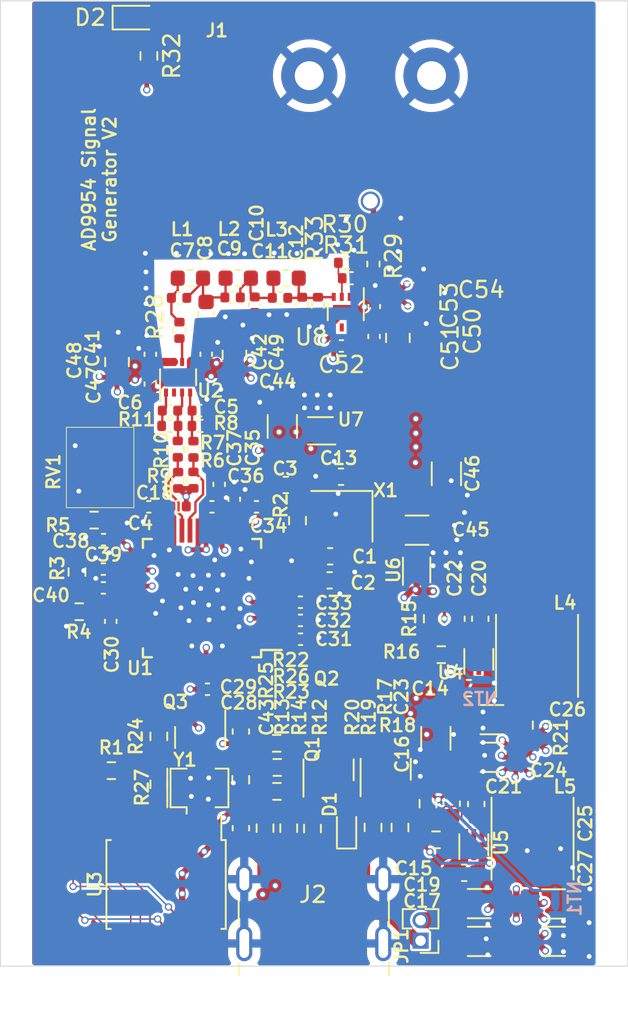
<source format=kicad_pcb>
(kicad_pcb (version 20221018) (generator pcbnew)
  (layers (0 "F.Cu" signal) (1 "In1.Cu" signal) (2 "In2.Cu" signal) (31 "B.Cu" signal) (34 "B.Paste" user) (35 "F.Paste" user) (36 "B.SilkS" user "B.Silkscreen") (37 "F.SilkS" user "F.Silkscreen") (38 "B.Mask" user) (39 "F.Mask" user) (44 "Edge.Cuts" user))
  (net 0 "")
  (net 1 "Net-(X1-OUT)")
  (net 2 "Net-(U1-REFCLK)")
  (net 3 "GND")
  (net 4 "Net-(U1-~{REFCLK})")
  (net 5 "Net-(C3-Pad2)")
  (net 6 "+1V8_analog")
  (net 7 "Net-(U1-DACBP)")
  (net 8 "Net-(U2-+)")
  (net 9 "Net-(U2--)")
  (net 10 "Net-(U2-FB)")
  (net 11 "Net-(C7-Pad2)")
  (net 12 "Net-(C7-Pad1)")
  (net 13 "Net-(C10-Pad1)")
  (net 14 "+1V8")
  (net 15 "VBUS")
  (net 16 "-2V2")
  (net 17 "Net-(U8-+)")
  (net 18 "Net-(U4-BST)")
  (net 19 "Net-(U4-SW)")
  (net 20 "Net-(U5-BST)")
  (net 21 "Net-(U5-SW)")
  (net 22 "+3V3")
  (net 23 "Net-(U4-FB)")
  (net 24 "Net-(C26-Pad1)")
  (net 25 "Net-(U5-FB)")
  (net 26 "+3V0")
  (net 27 "Net-(Q3-B)")
  (net 28 "PWR_EN")
  (net 29 "Net-(D2-A)")
  (net 30 "Net-(J2-VBUS-PadA4)")
  (net 31 "Net-(J2-CC1)")
  (net 33 "MOSI")
  (net 34 "Net-(J2-CC2)")
  (net 36 "Net-(Q1-C)")
  (net 37 "Net-(Q1-B)")
  (net 38 "Net-(Q2-C)")
  (net 39 "Net-(R5-Pad1)")
  (net 40 "Net-(Q2-B)")
  (net 41 "Net-(Q3-C)")
  (net 42 "Net-(U1-SDIO)")
  (net 43 "Net-(R23-Pad2)")
  (net 44 "PS1")
  (net 45 "PS0")
  (net 46 "OSK")
  (net 47 "Net-(U1-LOOP_FILTER)")
  (net 48 "SCLK")
  (net 49 "CSb")
  (net 50 "MISO")
  (net 51 "IOSYNC")
  (net 52 "RESET")
  (net 53 "PWRDWN")
  (net 54 "Net-(U1-COMP_IN)")
  (net 55 "Net-(U1-~{COMP_IN})")
  (net 56 "IO_UPDATE")
  (net 57 "Net-(U1-DAC_RSET)")
  (net 58 "Net-(U1-~{IOUT})")
  (net 59 "Net-(U1-IOUT)")
  (net 60 "Net-(U3-~{RST})")
  (net 61 "/dds_analog/OUT_50")
  (net 62 "/usb_spi/USB_P")
  (net 63 "/usb_spi/USB_N")
  (net 64 "Net-(C23-Pad1)")
  (net 65 "Net-(NT2-Pad1)")
  (net 66 "Net-(R28-Pad1)")
  (net 67 "Net-(U8--)")
  (net 68 "Net-(U8-FB)")
  (net 73 "Net-(U3-OSC2)")
  (net 74 "Net-(U3-OSC1)")
  (footprint "Capacitor_SMD:C_0603_1608Metric" (layer "F.Cu") (at 118.5 134.525)
    (fp_text reference "C1")
    (fp_text value "100n")
  )
  (footprint "Capacitor_SMD:C_0603_1608Metric" (layer "F.Cu") (at 118.47 136.02)
    (fp_text reference "C2")
    (fp_text value "100n")
  )
  (footprint "Capacitor_SMD:C_0603_1608Metric" (layer "F.Cu") (at 115.74 130.09)
    (fp_text reference "C3")
    (fp_text value "10n")
  )
  (footprint "Capacitor_SMD:C_0402_1005Metric" (layer "F.Cu") (at 107.23 131.45)
    (fp_text reference "C4")
    (fp_text value "100n")
  )
  (footprint "Capacitor_SMD:C_0402_1005Metric" (layer "F.Cu") (at 110.395 125.47 180)
    (fp_text reference "C5")
    (fp_text value "7.3p")
  )
  (footprint "Capacitor_SMD:C_0402_1005Metric" (layer "F.Cu") (at 109.11 118.46 180)
    (fp_text reference "C7")
    (fp_text value "2.49p")
  )
  (footprint "Capacitor_SMD:C_0603_1608Metric" (layer "F.Cu") (at 110.785 119.485 -90)
    (fp_text reference "C8")
    (fp_text value "31.4p")
  )
  (footprint "Capacitor_SMD:C_0402_1005Metric" (layer "F.Cu") (at 112.435 118.435 180)
    (fp_text reference "C9")
    (fp_text value "3.45p")
  )
  (footprint "Capacitor_SMD:C_0402_1005Metric" (layer "F.Cu") (at 113.81 118.885 -90)
    (fp_text reference "C10")
    (fp_text value "16.52p")
  )
  (footprint "Capacitor_SMD:C_0603_1608Metric" (layer "F.Cu") (at 119.175 129.58 180)
    (fp_text reference "C13")
    (fp_text value "10n")
  )
  (footprint "Capacitor_SMD:C_0603_1608Metric" (layer "F.Cu") (at 127.12 142.72 180)
    (fp_text reference "C14")
    (fp_text value "100n")
  )
  (footprint "Capacitor_SMD:C_1206_3216Metric" (layer "F.Cu") (at 125.07 145.84 90)
    (fp_text reference "C16")
    (fp_text value "10u")
  )
  (footprint "Capacitor_SMD:C_1206_3216Metric" (layer "F.Cu") (at 127.765 158.465 180)
    (fp_text reference "C17")
    (fp_text value "10u")
  )
  (footprint "Capacitor_SMD:C_1206_3216Metric" (layer "F.Cu") (at 127.765 156.115 180)
    (fp_text reference "C19")
    (fp_text value "10u")
  )
  (footprint "Capacitor_SMD:C_0603_1608Metric" (layer "F.Cu") (at 127.83 138.41 -90)
    (fp_text reference "C20")
    (fp_text value "100n")
  )
  (footprint "Capacitor_SMD:C_0603_1608Metric" (layer "F.Cu") (at 126.35 138.41 -90)
    (fp_text reference "C22")
    (fp_text value "50p")
  )
  (footprint "Capacitor_SMD:C_1206_3216Metric" (layer "F.Cu") (at 128.57 147.02 180)
    (fp_text reference "C24")
    (fp_text value "10u")
  )
  (footprint "Capacitor_SMD:C_1206_3216Metric" (layer "F.Cu") (at 132.39 156.135 180)
    (fp_text reference "C25")
    (fp_text value "10u")
  )
  (footprint "Capacitor_SMD:C_1206_3216Metric" (layer "F.Cu") (at 128.555 144.68 180)
    (fp_text reference "C26")
    (fp_text value "10u")
  )
  (footprint "Capacitor_SMD:C_1206_3216Metric" (layer "F.Cu") (at 132.39 158.46 180)
    (fp_text reference "C27")
    (fp_text value "10u")
  )
  (footprint "Capacitor_SMD:C_0603_1608Metric" (layer "F.Cu") (at 112.95 145.42 90)
    (fp_text reference "C28")
    (fp_text value "100n")
  )
  (footprint "Capacitor_SMD:C_0402_1005Metric" (layer "F.Cu") (at 110.87 142.79 180)
    (fp_text reference "C29")
    (fp_text value "100n")
  )
  (footprint "Capacitor_SMD:C_0402_1005Metric" (layer "F.Cu") (at 104.86 138.57 -90)
    (fp_text reference "C30")
    (fp_text value "100n")
  )
  (footprint "Capacitor_SMD:C_0402_1005Metric" (layer "F.Cu") (at 116.66 139.68 180)
    (fp_text reference "C31")
    (fp_text value "100n")
  )
  (footprint "Capacitor_SMD:C_0402_1005Metric" (layer "F.Cu") (at 116.65 138.51 180)
    (fp_text reference "C32")
    (fp_text value "100n")
  )
  (footprint "Capacitor_SMD:C_0402_1005Metric" (layer "F.Cu") (at 116.65 137.38 180)
    (fp_text reference "C33")
    (fp_text value "100n")
  )
  (footprint "Capacitor_SMD:C_0402_1005Metric" (layer "F.Cu") (at 104.41 133.49)
    (fp_text reference "C38")
    (fp_text value "100n")
  )
  (footprint "Capacitor_SMD:C_0402_1005Metric" (layer "F.Cu") (at 104.4 135.32)
    (fp_text reference "C39")
    (fp_text value "100n")
  )
  (footprint "Capacitor_SMD:C_0402_1005Metric" (layer "F.Cu") (at 104.4 136.49)
    (fp_text reference "C40")
    (fp_text value "100n")
  )
  (footprint "Capacitor_SMD:C_0402_1005Metric" (layer "F.Cu") (at 107.32 121.97 -90)
    (fp_text reference "C41")
    (fp_text value "100n")
  )
  (footprint "Capacitor_SMD:C_0402_1005Metric" (layer "F.Cu") (at 110.795 121.965 -90)
    (fp_text reference "C42")
    (fp_text value "100n")
  )
  (footprint "Capacitor_SMD:C_0603_1608Metric" (layer "F.Cu") (at 112.95 151.425 90)
    (fp_text reference "C43")
    (fp_text value "100n")
  )
  (footprint "Capacitor_SMD:C_1206_3216Metric" (layer "F.Cu") (at 123.9 132.9 180)
    (fp_text reference "C45")
    (fp_text value "10u")
  )
  (footprint "Diode_SMD:D_SOD-523" (layer "F.Cu") (at 119.52 151.43 90)
    (fp_text reference "D1")
    (fp_text value "D")
  )
  (footprint "proj_footprints:USB_C_Receptacle_Molex_2171790001_16P_TopMnt_Horizontal" (layer "F.Cu") (at 117.48 157.7)
    (fp_text reference "J2")
    (fp_text value "USB_C_Receptacle_USB2.0")
  )
  (footprint "Inductor_SMD:L_0603_1608Metric" (layer "F.Cu") (at 109.81 117.235 180)
    (fp_text reference "L1")
    (fp_text value "15.9n")
  )
  (footprint "Inductor_SMD:L_0603_1608Metric" (layer "F.Cu") (at 112.785 117.235 180)
    (fp_text reference "L2")
    (fp_text value "32.7n")
  )
  (footprint "Inductor_SMD:L_0603_1608Metric" (layer "F.Cu") (at 115.76 117.235 180)
    (fp_text reference "L3")
    (fp_text value "18.7n")
  )
  (footprint "Inductor_SMD:L_Taiyo-Yuden_NR-50xx" (layer "F.Cu") (at 131.36 140.71 90)
    (fp_text reference "L4")
    (fp_text value "4u7")
  )
  (footprint "Inductor_SMD:L_Taiyo-Yuden_NR-50xx" (layer "F.Cu") (at 131.08 152.075 90)
    (fp_text reference "L5")
    (fp_text value "4u7")
  )
  (footprint "Package_TO_SOT_SMD:SOT-23" (layer "F.Cu") (at 121.95 147.7625 90)
    (fp_text reference "Q1")
    (fp_text value "BC857")
  )
  (footprint "Package_TO_SOT_SMD:SOT-23" (layer "F.Cu") (at 118.4 147.8 90)
    (fp_text reference "Q2")
    (fp_text value "BC847")
  )
  (footprint "Package_TO_SOT_SMD:SOT-23" (layer "F.Cu") (at 110.42 145.7875 -90)
    (fp_text reference "Q3")
    (fp_text value "BC857")
  )
  (footprint "Resistor_SMD:R_0603_1608Metric" (layer "F.Cu") (at 104.9 147.85)
    (fp_text reference "R1")
    (fp_text value "3k5")
  )
  (footprint "Resistor_SMD:R_0603_1608Metric" (layer "F.Cu") (at 116.47 132.31 -90)
    (fp_text reference "R2")
    (fp_text value "243")
  )
  (footprint "Resistor_SMD:R_0603_1608Metric" (layer "F.Cu") (at 102.76 135.5 -90)
    (fp_text reference "R3")
    (fp_text value "10k")
  )
  (footprint "Resistor_SMD:R_0603_1608Metric" (layer "F.Cu") (at 102.9 137.97)
    (fp_text reference "R4")
    (fp_text value "10k")
  )
  (footprint "Resistor_SMD:R_0603_1608Metric" (layer "F.Cu") (at 103.825 132.275)
    (fp_text reference "R5")
    (fp_text value "3k5")
  )
  (footprint "Resistor_SMD:R_0402_1005Metric" (layer "F.Cu") (at 110 129.79 -90)
    (fp_text reference "R6")
    (fp_text value "82")
  )
  (footprint "Resistor_SMD:R_0402_1005Metric" (layer "F.Cu") (at 110.42 126.42 180)
    (fp_text reference "R8")
    (fp_text value "150")
  )
  (footprint "Resistor_SMD:R_0402_1005Metric" (layer "F.Cu") (at 109.05 129.8 -90)
    (fp_text reference "R9")
    (fp_text value "82")
  )
  (footprint "Resistor_SMD:R_0402_1005Metric" (layer "F.Cu") (at 108.535 126.42 180)
    (fp_text reference "R11")
    (fp_text value "150")
  )
  (footprint "Resistor_SMD:R_0603_1608Metric" (layer "F.Cu") (at 117.4 151.45 90)
    (fp_text reference "R12")
    (fp_text value "5k1")
  )
  (footprint "Resistor_SMD:R_0603_1608Metric" (layer "F.Cu") (at 115.925 151.425 90)
    (fp_text reference "R13")
    (fp_text value "5k1")
  )
  (footprint "Resistor_SMD:R_0603_1608Metric" (layer "F.Cu") (at 114.45 151.425 -90)
    (fp_text reference "R14")
    (fp_text value "10k")
  )
  (footprint "Resistor_SMD:R_0603_1608Metric" (layer "F.Cu") (at 124.85 138.41 90)
    (fp_text reference "R15")
    (fp_text value "16k")
  )
  (footprint "Resistor_SMD:R_0603_1608Metric" (layer "F.Cu") (at 125.405 140.64)
    (fp_text reference "R16")
    (fp_text value "5k1")
  )
  (footprint "Resistor_SMD:R_0603_1608Metric" (layer "F.Cu") (at 122.84 151.38 90)
    (fp_text reference "R19")
    (fp_text value "10k")
  )
  (footprint "Resistor_SMD:R_0603_1608Metric" (layer "F.Cu") (at 121.165 151.38 -90)
    (fp_text reference "R20")
    (fp_text value "100k")
  )
  (footprint "Resistor_SMD:R_0603_1608Metric" (layer "F.Cu") (at 131.62 145.02 -90)
    (fp_text reference "R21")
    (fp_text value "0.1")
  )
  (footprint "Resistor_SMD:R_0603_1608Metric" (layer "F.Cu") (at 115.175 146.15)
    (fp_text reference "R22")
    (fp_text value "500k")
  )
  (footprint "Resistor_SMD:R_0603_1608Metric" (layer "F.Cu") (at 115.19 149.14 180)
    (fp_text reference "R23")
    (fp_text value "1M")
  )
  (footprint "Resistor_SMD:R_0603_1608Metric" (layer "F.Cu") (at 107.85 145.72 90)
    (fp_text reference "R24")
    (fp_text value "0")
  )
  (footprint "Resistor_SMD:R_0603_1608Metric" (layer "F.Cu") (at 112.94 148.42 90)
    (fp_text reference "R25")
    (fp_text value "1k")
  )
  (footprint "Resistor_SMD:R_0603_1608Metric" (layer "F.Cu") (at 115.21 147.65)
    (fp_text reference "R26")
    (fp_text value "10k")
  )
  (footprint "Resistor_SMD:R_0603_1608Metric" (layer "F.Cu") (at 107.85 148.7 90)
    (fp_text reference "R27")
    (fp_text value "0")
  )
  (footprint "proj_footprints:Bourns_PVG5A_Trimmer" (layer "F.Cu") (at 104.2 129.005 90)
    (fp_text reference "RV1")
    (fp_text value "1k")
  )
  (footprint "Package_QFP:TQFP-48-1EP_7x7mm_P0.5mm_EP3.5x3.5mm" (layer "F.Cu") (at 110.535 137.125 180)
    (fp_text reference "U1")
    (fp_text value "AD9954")
  )
  (footprint "Package_SON:WSON-8-1EP_2x2mm_P0.5mm_EP0.9x1.6mm" (layer "F.Cu") (at 109.045 123.395 90)
    (fp_text reference "U2")
    (fp_text value "OPA859xDSG")
  )
  (footprint "proj_footprints:SOT-563-adjusted" (layer "F.Cu") (at 127.74 140.93 90)
    (fp_text reference "U4")
    (fp_text value "AP62201-SOT563")
  )
  (footprint "proj_footprints:Oscillator_SMD_Abracon_ASE-4Pin_3.2x2.5mm" (layer "F.Cu") (at 119.23 132.04 180)
    (fp_text reference "X1")
    (fp_text value "ASE-xxxMHz")
  )
  (footprint "Package_SO:SSOP-20_5.3x7.2mm_P0.65mm" (layer "F.Cu") (at 108.3 154.925 -90)
    (fp_text reference "U3")
    (fp_text value "MCP2210x-SS")
  )
  (footprint "Crystal:Resonator_SMD_muRata_CSTxExxV-3Pin_3.0x1.1mm" (layer "F.Cu") (at 110.375 148.925)
    (fp_text reference "Y1")
    (fp_text value "CSTNE12M0GH5L000R0")
  )
  (footprint "Resistor_SMD:R_0402_1005Metric" (layer "F.Cu") (at 110 127.875 -90)
    (fp_text reference "R7")
    (fp_text value "82")
  )
  (footprint "Capacitor_SMD:C_0402_1005Metric" (layer "F.Cu") (at 109.075 131.425)
    (fp_text reference "C18")
    (fp_text value "100n")
  )
  (footprint "Capacitor_SMD:C_0402_1005Metric" (layer "F.Cu") (at 107.32 123.82 -90)
    (fp_text reference "C47")
    (fp_text value "100n")
  )
  (footprint "proj_footprints:BNC_Molex_0731713150" (layer "F.Cu") (at 121 104.65 180)
    (fp_text reference "J1")
    (fp_text value "Conn_Coaxial")
  )
  (footprint "proj_footprints:PinHeader_1x02_P1.27mm_Vertical_reduced_crtyd" (layer "F.Cu") (at 124.12 158.42 180)
    (fp_text reference "JP1")
    (fp_text value "Jumper")
  )
  (footprint "Capacitor_SMD:C_1206_3216Metric" (layer "F.Cu") (at 125.725 129.4 90)
    (fp_text reference "C46")
    (fp_text value "10u")
  )
  (footprint "Package_SON:WSON-6_1.5x1.5mm_P0.5mm" (layer "F.Cu") (at 123.875 135.36 90)
    (fp_text reference "U6")
    (fp_text value "TLV71x")
  )
  (footprint "Resistor_SMD:R_0603_1608Metric" (layer "F.Cu") (at 124.58 149.9 90)
    (fp_text reference "R17")
    (fp_text value "21.5k")
  )
  (footprint "Capacitor_SMD:C_0603_1608Metric" (layer "F.Cu") (at 126.83 154.2 180)
    (fp_text reference "C15")
    (fp_text value "100n")
  )
  (footprint "Capacitor_SMD:C_0603_1608Metric" (layer "F.Cu") (at 127.58 149.925 -90)
    (fp_text reference "C21")
    (fp_text value "100n")
  )
  (footprint "Capacitor_SMD:C_0603_1608Metric" (layer "F.Cu") (at 126.055 149.9 -90)
    (fp_text reference "C23")
    (fp_text value "50p")
  )
  (footprint "Resistor_SMD:R_0603_1608Metric" (layer "F.Cu") (at 125.08 152.15)
    (fp_text reference "R18")
    (fp_text value "12.1k")
  )
  (footprint "proj_footprints:SOT-563-adjusted" (layer "F.Cu") (at 127.43 152.45 90)
    (fp_text reference "U5")
    (fp_text value "AP62201-SOT563")
  )
  (footprint "Capacitor_SMD:C_0402_1005Metric" (layer "F.Cu") (at 112.54 130.98 -90)
    (fp_text reference "C35")
    (fp_text value "100n")
  )
  (footprint "Capacitor_SMD:C_0402_1005Metric" (layer "F.Cu") (at 111.15 131.45 180)
    (fp_text reference "C36")
    (fp_text value "100n")
  )
  (footprint "Capacitor_SMD:C_0402_1005Metric" (layer "F.Cu") (at 111.6 130.055 90)
    (fp_text reference "C37")
    (fp_text value "100n")
  )
  (footprint "Capacitor_SMD:C_0402_1005Metric" (layer "F.Cu") (at 113.92 131.45)
    (fp_text reference "C34")
    (fp_text value "100n")
  )
  (footprint "Capacitor_SMD:C_1206_3216Metric" (layer "F.Cu") (at 115.525 126.45 -90)
    (fp_text reference "C44")
    (fp_text value "10u")
  )
  (footprint "Package_SON:WSON-6_1.5x1.5mm_P0.5mm" (layer "F.Cu") (at 117.875 126.725 180)
    (fp_text reference "U7")
    (fp_text value "TLV71x")
  )
  (footprint "Capacitor_SMD:C_0402_1005Metric" (layer "F.Cu") (at 116.76 118.9 -90)
    (fp_text reference "C12")
    (fp_text value "2.43p")
  )
  (footprint "Capacitor_SMD:C_0402_1005Metric" (layer "F.Cu") (at 115.385 118.46 180)
    (fp_text reference "C11")
    (fp_text value "8.48p")
  )
  (footprint "Capacitor_SMD:C_0402_1005Metric" (layer "F.Cu") (at 108.545 125.47)
    (fp_text reference "C6")
    (fp_text value "7.3p")
  )
  (footprint "Resistor_SMD:R_0402_1005Metric" (layer "F.Cu") (at 109.025 127.865 -90)
    (fp_text reference "R10")
    (fp_text value "82")
  )
  (footprint "Capacitor_SMD:C_0805_2012Metric" (layer "F.Cu") (at 105.25 122.45 -90)
    (fp_text reference "C48")
    (fp_text value "1u")
  )
  (footprint "Capacitor_SMD:C_0805_2012Metric" (layer "F.Cu") (at 112.55 122 -90)
    (fp_text reference "C49")
    (fp_text value "1u")
  )
  (footprint "Package_SON:WSON-8-1EP_2x2mm_P0.5mm_EP0.9x1.6mm" (layer "F.Cu") (at 119.47 119.35 -90)
    (fp_text reference "U8")
    (fp_text value "OPA859xDSG")
  )
  (footprint "Resistor_SMD:R_0402_1005Metric" (layer "F.Cu") (at 119.52 116.28 180)
    (fp_text reference "R30")
    (fp_text value "50")
  )
  (footprint "LED_SMD:LED_0603_1608Metric" (layer "F.Cu") (at 106.46 101.04)
    (fp_text reference "D2")
    (fp_text value "LED")
  )
  (footprint "Capacitor_SMD:C_0805_2012Metric" (layer "F.Cu") (at 123.42 118.25 180)
    (fp_text reference "C54")
    (fp_text value "1u")
  )
  (footprint "Capacitor_SMD:C_0402_1005Metric" (layer "F.Cu") (at 121.24 119 90)
    (fp_text reference "C53")
    (fp_text value "100n")
  )
  (footprint "Resistor_SMD:R_0402_1005Metric" (layer "F.Cu") (at 121.19 116.36 90)
    (fp_text reference "R29")
    (fp_text value "0")
  )
  (footprint "Capacitor_SMD:C_0402_1005Metric" (layer "F.Cu") (at 121.23 120.86 -90)
    (fp_text reference "C51")
    (fp_text value "100n")
  )
  (footprint "Resistor_SMD:R_0402_1005Metric" (layer "F.Cu") (at 109.13 120.48 90)
    (fp_text reference "R28")
    (fp_text value "0")
  )
  (footprint "Capacitor_SMD:C_0402_1005Metric" (layer "F.Cu") (at 119.2 121.45 180)
    (fp_text reference "C52")
    (fp_text value "100n")
  )
  (footprint "Resistor_SMD:R_0402_1005Metric" (layer "F.Cu") (at 117.74 118.93 90)
    (fp_text reference "R33")
    (fp_text value "50")
  )
  (footprint "Capacitor_SMD:C_0805_2012Metric" (layer "F.Cu") (at 122.71 120.95 -90)
    (fp_text reference "C50")
    (fp_text value "1u")
  )
  (footprint "Resistor_SMD:R_0603_1608Metric" (layer "F.Cu") (at 107.23 103.42 -90)
    (fp_text reference "R32")
    (fp_text value "1k")
  )
  (footprint "Resistor_SMD:R_0402_1005Metric" (layer "F.Cu") (at 119.76 117.24)
    (fp_text reference "R31")
    (fp_text value "50")
  )
  (footprint "NetTie:NetTie-2_SMD_Pad0.5mm" (layer "B.Cu") (at 132.5 155.8 90)
    (fp_text reference "NT1")
    (fp_text value "Net-Tie_2")
  )
  (footprint "NetTie:NetTie-2_SMD_Pad0.5mm" (layer "B.Cu") (at 127.8 142.2)
    (fp_text reference "NT2")
    (fp_text value "Net-Tie_2")
  )
  (gr_line (start 98 160) (end 98 100) (stroke (width 0.05)) (layer "Edge.Cuts"))
  (gr_line (start 137 160) (end 98 160) (stroke (width 0.05)) (layer "Edge.Cuts"))
  (gr_line (start 98 100) (end 137 100) (stroke (width 0.05)) (layer "Edge.Cuts"))
  (gr_line (start 137 100) (end 137 160) (stroke (width 0.05)) (layer "Edge.Cuts"))
  (gr_text "AD9954 Signal\nGenerator V2" (at 104.15 111.1 90) (layer "F.SilkS") (effects (font (size 0.8 0.8) (thickness 0.153))))
  (segment (start 119.255 134.215) (end 117.92 132.88) (width 0.147) (layer "F.Cu") (net 1))
  (segment (start 119.255 134.51) (end 119.255 134.215) (width 0.147) (layer "F.Cu") (net 1))
  (segment (start 116.325 135.875) (end 117.7 134.5) (width 0.147) (layer "F.Cu") (net 2))
  (segment (start 114.735 135.875) (end 116.325 135.875) (width 0.147) (layer "F.Cu") (net 2))
  (segment (start 104.745 134.305) (end 105.31 134.87) (width 0.3) (layer "F.Cu") (net 3))
  (segment (start 122.14 119.33) (end 122.14 119.35) (width 0.147) (layer "F.Cu") (net 3))
  (segment (start 105.25 120.675) (end 105.325 120.6) (width 0.3) (layer "F.Cu") (net 3))
  (segment (start 131.555 153.9) (end 130.3 153.9) (width 1) (layer "F.Cu") (net 3))
  (segment (start 105.25 121.5) (end 105.25 120.675) (width 0.3) (layer "F.Cu") (net 3))
  (segment (start 111.285 131.465) (end 111.425 131.325) (width 0.3) (layer "F.Cu") (net 3))
  (segment (start 112.5375 133.4625) (end 112.4375 133.5625) (width 0.3) (layer "F.Cu") (net 3))
  (segment (start 117.63 129.58) (end 117.6 129.55) (width 0.3) (layer "F.Cu") (net 3))
  (segment (start 131.08 153.875) (end 131.08 153.155) (width 0.3) (layer "F.Cu") (net 3))
  (segment (start 113.858475 138.875) (end 113.713475 139.02) (width 0.3) (layer "F.Cu") (net 3))
  (segment (start 107.15 134.875) (end 107.55 134.475) (width 0.3) (layer "F.Cu") (net 3))
  (segment (start 112.83 138.9) (end 112.27 138.9) (width 0.3) (layer "F.Cu") (net 3))
  (segment (start 110.375 148.825) (end 110.95 148.25) (width 0.147) (layer "F.Cu") (net 3))
  (segment (start 112.94 149.245) (end 112.48 148.785) (width 0.3) (layer "F.Cu") (net 3))
  (segment (start 133.73 157.2) (end 133.865 157.065) (width 0.2) (layer "F.Cu") (net 3))
  (segment (start 119.425 152.225) (end 119.912268 152.225) (width 0.3) (layer "F.Cu") (net 3))
  (segment (start 119.245 136.705) (end 119.1 136.85) (width 0.3) (layer "F.Cu") (net 3))
  (segment (start 122.17 116.67) (end 122.49 116.35) (width 0.25) (layer "F.Cu") (net 3))
  (segment (start 127.095 147.005) (end 128 146.1) (width 0.3) (layer "F.Cu") (net 3))
  (segment (start 128.7 142.4) (end 128.2 141.9) (width 0.2) (layer "F.Cu") (net 3))
  (segment (start 117.14 139.68) (end 117.695 139.68) (width 0.3) (layer "F.Cu") (net 3))
  (segment (start 120.52 116.35) (end 121.85 116.35) (width 0.25) (layer "F.Cu") (net 3))
  (segment (start 118.4 129.58) (end 117.63 129.58) (width 0.3) (layer "F.Cu") (net 3))
  (segment (start 113.965 136.875) (end 113.45 136.36) (width 0.3) (layer "F.Cu") (net 3))
  (segment (start 127.08 144.68) (end 127.08 144.695) (width 0.3) (layer "F.Cu") (net 3))
  (segment (start 117.96 130.065) (end 118.45 129.575) (width 0.3) (layer "F.Cu") (net 3))
  (segment (start 110.875 125.47) (end 110.875 126.355) (width 0.147) (layer "F.Cu") (net 3))
  (segment (start 114.15 124.975) (end 114.125 124.95) (width 0.3) (layer "F.Cu") (net 3))
  (segment (start 112.95 152.2) (end 112.95 152.4) (width 0.3) (layer "F.Cu") (net 3))
  (segment (start 112.55 120.675) (end 113.075 120.15) (width 0.3) (layer "F.Cu") (net 3))
  (segment (start 133.865 155.98) (end 134.645 155.2) (width 0.3) (layer "F.Cu") (net 3))
  (segment (start 133.64 158.46) (end 133 159.1) (width 0.3) (layer "F.Cu") (net 3))
  (segment (start 114.275 153.725) (end 114.275 154.075) (width 0.3) (layer "F.Cu") (net 3))
  (segment (start 115.67344 138.875) (end 115.91843 139.11999) (width 0.3) (layer "F.Cu") (net 3))
  (segment (start 111.285 132.925) (end 111.285 131.465) (width 0.3) (layer "F.Cu") (net 3))
  (segment (start 115.525 124.975) (end 114.15 124.975) (width 0.3) (layer "F.Cu") (net 3))
  (segment (start 112.55 121.05) (end 112.55 120.675) (width 0.3) (layer "F.Cu") (net 3))
  (segment (start 127.08 144.68) (end 127.52 144.68) (width 0.3) (layer "F.Cu") (net 3))
  (segment (start 125.925 130.875) (end 126.85 131.8) (width 0.3) (layer "F.Cu") (net 3))
  (segment (start 107.45 137.875) (end 107.65 138.075) (width 0.3) (layer "F.Cu") (net 3))
  (segment (start 127.52 144.68) (end 128 144.2) (width 0.3) (layer "F.Cu") (net 3))
  (segment (start 106.335 137.875) (end 107.5 137.875) (width 0.3) (layer "F.Cu") (net 3))
  (segment (start 116.61999 139.11999) (end 117.16 139.66) (width 0.3) (layer "F.Cu") (net 3))
  (segment (start 112.785 132.14) (end 113.475 131.45) (width 0.3) (layer "F.Cu") (net 3))
  (segment (start 105.31 134.87) (end 106.41 134.87) (width 0.3) (layer "F.Cu") (net 3))
  (segment (start 110.375 148.925) (end 110.375 148.960318) (width 0.147) (layer "F.Cu") (net 3))
  (segment (start 111.695 130.535) (end 112.04 130.88) (width 0.5) (layer "F.Cu") (net 3))
  (segment (start 129.24 158.465) (end 128.365 158.465) (width 0.3) (layer "F.Cu") (net 3))
  (segment (start 112.48 148.785) (end 112.48 148.61) (width 0.3) (layer "F.Cu") (net 3))
  (segment (start 115.79344 137.875) (end 115.85845 137.94001) (width 0.3) (layer "F.Cu") (net 3))
  (segment (start 102.75 129.005) (end 102.75 127.75) (width 0.3) (layer "F.Cu") (net 3))
  (segment (start 102.76 134.675) (end 102.76 134.99) (width 0.3) (layer "F.Cu") (net 3))
  (segment (start 114.735 134.875) (end 113.6 134.875) (width 0.3) (layer "F.Cu") (net 3))
  (segment (start 102.75 130.35) (end 102.875 130.475) (width 0.3) (layer "F.Cu") (net 3))
  (segment (start 103.92 135.32) (end 103.92 134.62) (width 0.3) (layer "F.Cu") (net 3))
  (segment (start 115.91843 139.11999) (end 116.61999 139.11999) (width 0.3) (layer "F.Cu") (net 3))
  (segment (start 129.24 158.465) (end 129.24 158.34) (width 0.3) (layer "F.Cu") (net 3))
  (segment (start 114.735 134.875) (end 116.025 134.875) (width 0.3) (layer "F.Cu") (net 3))
  (segment (start 112.55 121.05) (end 113.575 121.05) (width 0.3) (layer "F.Cu") (net 3))
  (segment (start 102.075 138.85) (end 102.1 138.875) (width 0.3) (layer "F.Cu") (net 3))
  (segment (start 117.695 139.68) (end 117.8 139.575) (width 0.3) (layer "F.Cu") (net 3))
  (segment (start 103.93 133.49) (end 103.39 133.49) (width 0.3) (layer "F.Cu") (net 3))
  (segment (start 107.35 138.375) (end 107.65 138.075) (width 0.3) (layer "F.Cu") (net 3))
  (segment (start 119.245 136.02) (end 119.505 136.02) (width 0.3) (layer "F.Cu") (net 3))
  (segment (start 133.865 156.135) (end 133.865 155.98) (width 0.3) (layer "F.Cu") (net 3))
  (segment (start 119.962268 152.275) (end 121.175 152.275) (width 0.3) (layer "F.Cu") (net 3))
  (segment (start 105.666 132.241) (end 105.875 132.45) (width 0.5) (layer "F.Cu") (net 3))
  (segment (start 117.13 137.38) (end 117.67 137.38) (width 0.3) (layer "F.Cu") (net 3))
  (segment (start 103.39 133.49) (end 103.27 133.37) (width 0.3) (layer "F.Cu") (net 3))
  (segment (start 103.92 135.89) (end 103.93 135.9) (width 0.3) (layer "F.Cu") (net 3))
  (segment (start 129.24 158.465) (end 129.135 158.465) (width 0.3) (layer "F.Cu") (net 3))
  (segment (start 133.865 157.235) (end 133 158.1) (width 0.3) (layer "F.Cu") (net 3))
  (segment (start 103.92 135.91) (end 103.93 135.9) (width 0.3) (layer "F.Cu") (net 3))
  (segment (start 112.9 137.775) (end 113.745 137.775) (width 0.3) (layer "F.Cu") (net 3))
  (segment (start 117.96 131.215) (end 117.96 130.44) (width 0.3) (layer "F.Cu") (net 3))
  (segment (start 110.375 148.925) (end 110.375 149.025) (width 0.147) (layer "F.Cu") (net 3))
  (segment (start 112.54 130.5) (end 112.54 129.91) (width 0.3) (layer "F.Cu") (net 3))
  (segment (start 117.13 138.51) (end 117.74 138.51) (width 0.3) (layer "F.Cu") (net 3))
  (segment (start 112.285 132.925) (end 112.285 132.64) (width 0.3) (layer "F.Cu") (net 3))
  (segment (start 133.865 158.665) (end 134.6 159.4) (width 0.3) (layer "F.Cu") (net 3))
  (segment (start 110.375 148.825) (end 109.825 148.275) (width 0.147) (layer "F.Cu") (net 3))
  (segment (start 106.4 121.5) (end 107.1 120.8) (width 1) (layer "F.Cu") (net 3))
  (segment (start 113.713475 139.02) (end 112.95 139.02) (width 0.3) (layer "F.Cu") (net 3))
  (segment (start 117.67 137.38) (end 117.8 137.25) (width 0.3) (layer "F.Cu") (net 3))
  (segment (start 113.45 136.36) (end 113.45 135.9) (width 0.3) (layer "F.Cu") (net 3))
  (segment (start 115.525 124.975) (end 115.525 124.575) (width 0.3) (layer "F.Cu") (net 3))
  (segment (start 125.725 130.125) (end 126.025 129.825) (width 0.3) (layer "F.Cu") (net 3))
  (segment (start 127.08 144.68) (end 127.48 144.68) (width 0.3) (layer "F.Cu") (net 3))
  (segment (start 125.725 130.875) (end 126.875 130.875) (width 0.3) (layer "F.Cu") (net 3))
  (segment (start 133.865 158.46) (end 133.64 158.46) (width 0.3) (layer "F.Cu") (net 3))
  (segment (start 116.71501 138.09001) (end 116.76501 138.09001) (width 0.3) (layer "F.Cu") (net 3))
  (segment (start 110.375 148.925) (end 110.375 148.754999) (width 0.147) (layer "F.Cu") (net 3))
  (segment (start 110.375 149.075) (end 110.925 149.625) (width 0.147) (layer "F.Cu") (net 3))
  (segment (start 117.96 130.44) (end 118.815 130.44) (width 0.3) (layer "F.Cu") (net 3))
  (segment (start 110.375 148.925) (end 110.375 149.075) (width 0.147) (layer "F.Cu") (net 3))
  (segment (start 133.865 156.21) (end 131.555 153.9) (width 1) (layer "F.Cu") (net 3))
  (segment (start 115.925 150.6) (end 117.8 150.6) (width 0.3) (layer "F.Cu") (net 3))
  (segment (start 106.335 137.875) (end 107.45 137.875) (width 0.3) (layer "F.Cu") (net 3))
  (segment (start 133.865 158.46) (end 133.865 158.665) (width 0.3) (layer "F.Cu") (net 3))
  (segment (start 116.025 134.875) (end 116.1 134.8) (width 0.3) (layer "F.Cu") (net 3))
  (segment (start 105.25 121.5) (end 104.175 121.5) (width 0.3) (layer "F.Cu") (net 3))
  (segment (start 133.865 157.065) (end 133.865 156.21) (width 1) (layer "F.Cu") (net 3))
  (segment (start 127.095 147.02) (end 127.98 147.02) (width 0.3) (layer "F.Cu") (net 3))
  (segment (start 108.785 132.925) (end 108.785 133.84) (width 0.3) (layer "F.Cu") (net 3))
  (segment (start 106.335 137.875) (end 105.135 137.875) (width 0.3) (layer "F.Cu") (net 3))
  (segment (start 111.69 140.1) (end 111.28 140.51) (width 0.3) (layer "F.Cu") (net 3))
  (segment (start 125.375 132.9) (end 125.925 132.9) (width 0.3) (layer "F.Cu") (net 3))
  (segment (start 103.92 135.32) (end 103.92 135.89) (width 0.3) (layer "F.Cu") (net 3))
  (segment (start 127.48 144.68) (end 128 145.2) (width 0.3) (layer "F.Cu") (net 3))
  (segment (start 103.27 135.32) (end 103.18 135.41) (width 0.3) (layer "F.Cu") (net 3))
  (segment (start 112.54 130.5) (end 112.67 130.37) (width 0.5) (layer "F.Cu") (net 3))
  (segment (start 125.375 132.9) (end 125.775 132.9) (width 0.3) (layer "F.Cu") (net 3))
  (segment (start 108.575 131.875) (end 108.575 131.4) (width 0.3) (layer "F.Cu") (net 3))
  (segment (start 110.375 148.960318) (end 109.810318 149.525) (width 0.147) (layer "F.Cu") (net 3))
  (segment (start 112.785 132.925) (end 112.785 132.14) (width 0.3) (layer "F.Cu") (net 3))
  (segment (start 133 157.2) (end 133.73 157.2) (width 0.2) (layer "F.Cu") (net 3))
  (segment (start 133.865 157.065) (end 134.365 157.065) (width 0.3) (layer "F.Cu") (net 3))
  (segment (start 118.4 128.975) (end 118.75 128.625) (width 0.3) (layer "F.Cu") (net 3))
  (segment (start 112.285 132.925) (end 112.285 132.325) (width 0.3) (layer "F.Cu") (net 3))
  (segment (start 112.5375 132.3875) (end 112.785 132.14) (width 0.3) (layer "F.Cu") (net 3))
  (segment (start 103.92 135.32) (end 103.27 135.32) (width 0.3) (layer "F.Cu") (net 3))
  (segment (start 127.12 147.02) (end 128 147.9) (width 0.3) (layer "F.Cu") (net 3))
  (segment (start 126.875 130.875) (end 127.025 130.725) (width 0.3) (layer "F.Cu") (net 3))
  (segment (start 114.735 137.875) (end 115.79344 137.875) (width 0.3) (layer "F.Cu") (net 3))
  (segment (start 127.095 147.02) (end 127.095 147.005) (width 0.3) (layer "F.Cu") (net 3))
  (segment (start 114.735 138.875) (end 115.67344 138.875) (width 0.3) (layer "F.Cu") (net 3))
  (segment (start 108.785 133.84) (end 108.5 134.125) (width 0.3) (layer "F.Cu") (net 3))
  (segment (start 133.865 157.065) (end 133.865 157.235) (width 0.3) (layer "F.Cu") (net 3))
  (segment (start 107.5 137.875) (end 108.075 137.3) (width 0.3) (layer "F.Cu") (net 3))
  (segment (start 117.96 130.44) (end 117.96 130.065) (width 0.3) (layer "F.Cu") (net 3))
  (segment (start 105.135 137.875) (end 104.92 138.09) (width 0.3) (layer "F.Cu") (net 3))
  (segment (start 117.74 138.51) (end 117.775 138.475) (width 0.3) (layer "F.Cu") (net 3))
  (segment (start 103.93 133.49) (end 104.745 134.305) (width 0.3) (layer "F.Cu") (net 3))
  (segment (start 108.785 132.925) (end 108.785 132.085) (width 0.3) (layer "F.Cu") (net 3))
  (segment (start 112.67 130.37) (end 113.21 130.37) (width 0.5) (layer "F.Cu") (net 3))
  (segment (start 111.285 141.325) (end 111.285 142.755) (width 0.3) (layer "F.Cu") (net 3))
  (segment (start 111.63 131.45) (end 111.63 130.515) (width 0.3) (layer "F.Cu") (net 3))
  (segment (start 112.285 132.925) (end 112.285 133.41) (width 0.3) (layer "F.Cu") (net 3))
  (segment (start 114.735 138.875) (end 113.858475 138.875) (width 0.3) (layer "F.Cu") (net 3))
  (segment (start 127.08 144.695) (end 126.175 145.6) (width 0.3) (layer "F.Cu") (net 3))
  (segment (start 125.775 132.9) (end 126.375 133.5) (width 0.3) (layer "F.Cu") (net 3))
  (segment (start 116.71501 137.94001) (end 116.71501 138.09001) (width 0.3) (layer "F.Cu") (net 3))
  (segment (start 119.912268 152.225) (end 119.962268 152.275) (width 0.3) (layer "F.Cu") (net 3))
  (segment (start 113.84 137.87) (end 114.79 137.87) (width 0.3) (layer "F.Cu") (net 3))
  (segment (start 110.285 140.485) (end 109.9 140.1) (width 0.3) (layer "F.Cu") (net 3))
  (segment (start 131.65 153.875) (end 132.825 152.7) (width 0.3) (layer "F.Cu") (net 3))
  (segment (start 115.85845 137.94001) (end 116.71501 137.94001) (width 0.3) (layer "F.Cu") (net 3))
  (segment (start 115.80344 136.875) (end 115.85845 136.81999) (width 0.3) (layer "F.Cu") (net 3))
  (segment (start 118.4 129.58) (end 118.4 128.975) (width 0.3) (layer "F.Cu") (net 3))
  (segment (start 128.365 158.465) (end 128.2 158.3) (width 0.3) (layer "F.Cu") (net 3))
  (segment (start 106.335 138.375) (end 107.35 138.375) (width 0.3) (layer "F.Cu") (net 3))
  (segment (start 113.745 137.775) (end 113.84 137.87) (width 0.3) (layer "F.Cu") (net 3))
  (segment (start 128.2 141.9) (end 128.2 141.5) (width 0.2) (layer "F.Cu") (net 3))
  (segment (start 117.02999 137.94001) (end 117.02999 137.49501) (width 0.3) (layer "F.Cu") (net 3))
  (segment (start 110.875 126.355) (end 110.94 126.42) (width 0.147) (layer "F.Cu") (net 3))
  (segment (start 112.54 130.56) (end 113.45 131.47) (width 0.3) (layer "F.Cu") (net 3))
  (segment (start 125.07 147.315) (end 124.815 147.315) (width 0.3) (layer "F.Cu") (net 3))
  (segment (start 102.76 134.99) (end 103.18 135.41) (width 0.3) (layer "F.Cu") (net 3))
  (segment (start 110.285 141.325) (end 110.285 140.485) (width 0.3) (layer "F.Cu") (net 3))
  (segment (start 111.285 131.435) (end 111.32 131.4) (width 0.3) (layer "F.Cu") (net 3))
  (segment (start 111.425 131.325) (end 111.425 130.63) (width 0.3) (layer "F.Cu") (net 3))
  (segment (start 106.75 131.45) (end 106.75 132.25) (width 0.3) (layer "F.Cu") (net 3))
  (segment (start 127.095 147.02) (end 127.12 147.02) (width 0.3) (layer "F.Cu") (net 3))
  (segment (start 102.75 129.005) (end 102.75 130.35) (width 0.3) (layer "F.Cu") (net 3))
  (segment (start 123.815 147.315) (end 123.8 147.3) (width 0.3) (layer "F.Cu") (net 3))
  (segment (start 115.525 124.725) (end 114.875 124.075) (width 0.3) (layer "F.Cu") (net 3))
  (segment (start 115.525 124.975) (end 115.525 124.725) (width 0.3) (layer "F.Cu") (net 3))
  (segment (start 112.95 152.4) (end 114.275 153.725) (width 0.3) (layer "F.Cu") (net 3))
  (segment (start 112.27 138.9) (end 111.81 138.44) (width 0.3) (layer "F.Cu") (net 3))
  (segment (start 105.666 130.6505) (end 105.666 132.241) (width 0.5) (layer "F.Cu") (net 3))
  (segment (start 131.08 153.875) (end 131.65 153.875) (width 0.3) (layer "F.Cu") (net 3))
  (segment (start 116.71501 137.94001) (end 117.02999 137.94001) (width 0.3) (layer "F.Cu") (net 3))
  (segment (start 127.98 147.02) (end 128.1 146.9) (width 0.3) (layer "F.Cu") (net 3))
  (segment (start 106.335 134.875) (end 107.15 134.875) (width 0.3) (layer "F.Cu") (net 3))
  (segment (start 103.92 136.49) (end 103.92 135.91) (width 0.3) (layer "F.Cu") (net 3))
  (segment (start 124.815 147.315) (end 124 146.5) (width 0.3) (layer "F.Cu") (net 3))
  (segment (start 121.875 152.975) (end 121.875 155.125) (width 0.3) (layer "F.Cu") (net 3))
  (segment (start 106.75 132.25) (end 106.875 132.375) (width 0.3) (layer "F.Cu") (net 3))
  (segment (start 134.365 157.065) (end 134.6 157.3) (width 0.3) (layer "F.Cu") (net 3))
  (segment (start 125.925 132.9) (end 126.225 132.6) (width 0.3) (layer "F.Cu") (net 3))
  (segment (start 120.43 116.28) (end 120.51 116.36) (width 0.25) (layer "F.Cu") (net 3))
  (segment (start 104.175 121.5) (end 104.15 121.475) (width 0.3) (layer "F.Cu") (net 3))
  (segment (start 121.85 116.35) (end 122.17 116.67) (width 0.25) (layer "F.Cu") (net 3))
  (segment (start 110.795 121.485) (end 112.115 121.485) (width 1) (layer "F.Cu") (net 3))
  (segment (start 110.375 148.925) (end 110.375 148.825) (width 0.147) (layer "F.Cu") (net 3))
  (segment (start 125.07 147.315) (end 124.985 147.315) (width 0.3) (layer "F.Cu") (net 3))
  (segment (start 108.785 132.085) (end 108.575 131.875) (width 0.3) (layer "F.Cu") (net 3))
  (segment (start 112.94 149.245) (end 112.94 149.085) (width 0.147) (layer "F.Cu") (net 3))
  (segment (start 129.135 158.465) (end 128.3 159.3) (width 0.3) (layer "F.Cu") (net 3))
  (segment (start 115.85845 136.81999) (end 116.61999 136.81999) (width 0.3) (layer "F.Cu") (net 3))
  (segment (start 125.725 130.875) (end 125.925 130.875) (width 0.3) (layer "F.Cu") (net 3))
  (segment (start 114.735 136.875) (end 115.80344 136.875) (width 0.3) (layer "F.Cu") (net 3))
  (segment (start 111.285 132.925) (end 111.355001 132.995001) (width 0.3) (layer "F.Cu") (net 3))
  (segment (start 111.28 140.51) (end 111.28 141.38) (width 0.3) (layer "F.Cu") (net 3))
  (segment (start 117.3 126.225) (end 118.5 126.225) (width 0.3) (layer "F.Cu") (net 3))
  (segment (start 119.505 136.02) (end 120.025 135.5) (width 0.3) (layer "F.Cu") (net 3))
  (segment (start 111.355001 132.995001) (end 111.355001 134.719999) (width 0.3) (layer "F.Cu") (net 3))
  (segment (start 111.285 142.755) (end 111.37 142.84) (width 0.3) (layer "F.Cu") (net 3))
  (segment (start 112.5375 132.3875) (end 112.5375 133.4625) (width 0.3) (layer "F.Cu") (net 3))
  (segment (start 127.92 142.72) (end 128.7 143.5) (width 0.3) (layer "F.Cu") (net 3))
  (segment (start 124.985 147.315) (end 124.1 148.2) (width 0.3) (layer "F.Cu") (net 3))
  (segment (start 111.8 140.1) (end 111.69 140.1) (width 0.3) (layer "F.Cu") (net 3))
  (segment (start 105.25 121.5) (end 106.4 121.5) (width 1) (layer "F.Cu") (net 3))
  (segment (start 127.895 142.72) (end 127.92 142.72) (width 0.3) (layer "F.Cu") (net 3))
  (segment (start 119.245 136.02) (end 119.245 136.705) (width 0.3) (layer "F.Cu") (net 3))
  (segment (start 112.4375 133.5625) (end 112.95 134.075) (width 0.3) (layer "F.Cu") (net 3))
  (segment (start 116.61999 136.81999) (end 117.16 137.36) (width 0.3) (layer "F.Cu") (net 3))
  (segment (start 118.815 130.44) (end 119 130.625) (width 0.3) (layer "F.Cu") (net 3))
  (segment (start 116.76501 138.09001) (end 117.2 138.525) (width 0.3) (layer "F.Cu") (net 3))
  (segment (start 113.125 149.125) (end 112.975 149.275) (width 0.3) (layer "F.Cu") (net 3))
  (segment (start 121.175 152.275) (end 121.875 152.975) (width 0.3) (layer "F.Cu") (net 3))
  (segment (start 118.165 131.215) (end 118.85 131.9) (width 0.3) (layer "F.Cu") (net 3))
  (segment (start 125.725 130.875) (end 125.725 130.125) (width 0.3) (layer "F.Cu") (net 3))
  (segment (start 112.285 133.41) (end 112.4375 133.5625) (width 0.3) (layer "F.Cu") (net 3))
  (segment (start 122.49 116.35) (end 123.13 116.35) (width 0.25) (layer "F.Cu") (net 3))
  (segment (start 102.75 127.75) (end 102.65 127.65) (width 0.3) (layer "F.Cu") (net 3))
  (segment (start 112.285 132.64) (end 112.5375 132.3875) (width 0.3) (layer "F.Cu") (net 3))
  (segment (start 131.08 153.875) (end 133.575 153.875) (width 0.3) (layer "F.Cu") (net 3))
  (segment (start 129.24 158.34) (end 128.3 157.4) (width 0.3) (layer "F.Cu") (net 3))
  (segment (start 133.865 158.46) (end 133.865 157.065) (width 1) (layer "F.Cu") (net 3))
  (segment (start 106.335 138.375) (end 105.165 138.375) (width 0.3) (layer "F.Cu") (net 3))
  (segment (start 113.575 121.05) (end 113.65 120.975) (width 0.3) (layer "F.Cu") (net 3))
  (segment (start 125.07 147.315) (end 123.815 147.315) (width 0.3) (layer "F.Cu") (net 3))
  (segment (start 112.95 139.02) (end 112.83 138.9) (width 0.3) (layer "F.Cu") (net 3))
  (segment (start 133 157.2) (end 133.16499 157.2) (width 0.2) (layer "F.Cu") (net 3))
  (segment (start 114.735 136.875) (end 113.965 136.875) (width 0.3) (layer "F.Cu") (net 3))
  (segment (start 120.03 116.28) (end 120.43 116.28) (width 0.25) (layer "F.Cu") (net 3))
  (segment (start 117.8 150.6) (end 119.425 152.225) (width 0.3) (layer "F.Cu") (net 3))
  (segment (start 117.96 131.215) (end 118.165 131.215) (width 0.3) (layer "F.Cu") (net 3))
  (segment (start 111.6 130.535) (end 111.695 130.535) (width 0.5) (layer "F.Cu") (net 3))
  (segment (start 115.525 124.575) (end 116.15 123.95) (width 0.3) (layer "F.Cu") (net 3))
  (segment (start 131.08 153.155) (end 130.75 152.825) (width 0.3) (layer "F.Cu") (net 3))
  (segment (start 105.165 138.375) (end 104.86 138.07) (width 0.3) (layer "F.Cu") (net 3))
  (segment (start 102.075 137.97) (end 102.075 138.85) (width 0.3) (layer "F.Cu") (net 3))
  (segment (start 112.115 121.485) (end 112.6 121) (width 1) (layer "F.Cu") (net 3))
  (segment (start 120.51 116.36) (end 120.52 116.35) (width 0.25) (layer "F.Cu") (net 3))
  (segment (start 111.355001 134.719999) (end 111.325 134.75) (width 0.3) (layer "F.Cu") (net 3))
  (via (at 110.84 124.77) (size 0.46) (drill 0.3) (layers "F.Cu" "B.Cu") (net 3))
  (via (at 124.1 148.2) (size 0.46) (drill 0.3) (layers "F.Cu" "B.Cu") (net 3))
  (via (at 112.95 134.075) (size 0.46) (drill 0.3) (layers "F.Cu" "B.Cu") (net 3))
  (via (at 121.3 117.69) (size 0.46) (drill 0.3) (layers "F.Cu" "B.Cu") (net 3))
  (via (at 112.04 130.88) (size 0.46) (drill 0.3) (layers "F.Cu" "B.Cu") (net 3))
  (via (at 103.27 133.37) (size 0.46) (drill 0.3) (layers "F.Cu" "B.Cu") (net 3))
  (via (at 120.025 135.5) (size 0.46) (drill 0.3) (layers "F.Cu" "B.Cu") (net 3))
  (via (at 111.08 115.715) (size 0.46) (drill 0.3) (layers "F.Cu" "B.Cu") (net 3))
  (via (at 118.5 125.3) (size 0.46) (drill 0.3) (layers "F.Cu" "B.Cu") (net 3))
  (via (at 109.225 137.725) (size 0.46) (drill 0.3) (layers "F.Cu" "B.Cu") (net 3))
  (via (at 113.65 120.975) (size 0.46) (drill 0.3) (layers "F.Cu" "B.Cu") (net 3))
  (via (at 130.75 152.825) (size 0.46) (drill 0.3) (layers "F.Cu" "B.Cu") (net 3))
  (via (at 109.975 135.725) (size 0.46) (drill 0.3) (layers "F.Cu" "B.Cu") (net 3))
  (via (at 126.6 135.11) (size 0.46) (drill 0.3) (layers "F.Cu" "B.Cu") (net 3))
  (via (at 109.05 135.65) (size 0.46) (drill 0.3) (layers "F.Cu" "B.Cu") (net 3))
  (via (at 118.85 131.9) (size 0.46) (drill 0.3) (layers "F.Cu" "B.Cu") (net 3))
  (via (at 102.875 130.475) (size 0.46) (drill 0.3) (layers "F.Cu" "B.Cu") (net 3))
  (via (at 117.68 115.67) (size 0.46) (drill 0.3) (layers "F.Cu" "B.Cu") (net 3))
  (via (at 118.97 115.15) (size 0.46) (drill 0.3) (layers "F.Cu" "B.Cu") (net 3))
  (via (at 132.825 152.7) (size 0.46) (drill 0.3) (layers "F.Cu" "B.Cu") (net 3))
  (via (at 110 137.4) (size 0.46) (drill 0.3) (layers "F.Cu" "B.Cu") (net 3))
  (via (at 128.3 157.4) (size 0.46) (drill 0.3) (layers "F.Cu" "B.Cu") (net 3))
  (via (at 128 146.1) (size 0.46) (drill 0.3) (layers "F.Cu" "B.Cu") (net 3))
  (via (at 104.15 121.475) (size 0.46) (drill 0.3) (layers "F.Cu" "B.Cu") (net 3))
  (via (at 110.975 138.475) (size 0.46) (drill 0.3) (layers "F.Cu" "B.Cu") (net 3))
  (via (at 115.8 119.5) (size 0.46) (drill 0.3) (layers "F.Cu" "B.Cu") (net 3))
  (via (at 111.98 119.64) (size 0.46) (drill 0.3) (layers "F.Cu" "B.Cu") (net 3))
  (via (at 128.1 146.9) (size 0.46) (drill 0.3) (layers "F.Cu" "B.Cu") (net 3))
  (via (at 104.745 134.305) (size 0.46) (drill 0.3) (layers "F.Cu" "B.Cu") (net 3))
  (via (at 124.9 135.11) (size 0.46) (drill 0.3) (layers "F.Cu" "B.Cu") (net 3))
  (via (at 105.875 132.45) (size 0.46) (drill 0.3) (layers "F.Cu" "B.Cu") (net 3))
  (via (at 112.18 115.715) (size 0.46) (drill 0.3) (layers "F.Cu" "B.Cu") (net 3))
  (via (at 113.6 134.875) (size 0.46) (drill 0.3) (layers "F.Cu" "B.Cu") (net 3))
  (via (at 103.93 135.9) (size 0.46) (drill 0.3) (layers "F.Cu" "B.Cu") (net 3))
  (via (at 111.5 136.625) (size 0.46) (drill 0.3) (layers "F.Cu" "B.Cu") (net 3))
  (via (at 114.125 124.95) (size 0.46) (drill 0.3) (layers "F.Cu" "B.Cu") (net 3))
  (via (at 106.875 132.375) (size 0.46) (drill 0.3) (layers "F.Cu" "B.Cu") (net 3))
  (via (at 126.6 134.3) (size 0.46) (drill 0.3) (layers "F.Cu" "B.Cu") (net 3))
  (via (at 134.645 155.2) (size 0.46) (drill 0.3) (layers "F.Cu" "B.Cu") (net 3))
  (via (at 107.55 134.475) (size 0.46) (drill 0.3) (layers "F.Cu" "B.Cu") (net 3))
  (via (at 128.7 142.4) (size 0.46) (drill 0.3) (layers "F.Cu" "B.Cu") (net 3))
  (via (at 117.6 129.55) (size 0.46) (drill 0.3) (layers "F.Cu" "B.Cu") (net 3))
  (via (at 125.7 135.11) (size 0.46) (drill 0.3) (layers "F.Cu" "B.Cu") (net 3))
  (via (at 107.05 117.86) (size 0.46) (drill 0.3) (layers "F.Cu" "B.Cu") (net 3))
  (via (at 117.775 138.475) (size 0.46) (drill 0.3) (layers "F.Cu" "B.Cu") (net 3))
  (via (at 116.15 123.95) (size 0.46) (drill 0.3) (layers "F.Cu" "B.Cu") (net 3))
  (via (at 112.54 129.91) (size 0.46) (drill 0.3) (layers "F.Cu" "B.Cu") (net 3))
  (via (at 114.875 124.075) (size 0.46) (drill 0.3) (layers "F.Cu" "B.Cu") (net 3))
  (via (at 107.05 116.85) (size 0.46) (drill 0.3) (layers "F.Cu" "B.Cu") (net 3))
  (via (at 124.9 134.3) (size 0.46) (drill 0.3) (layers "F.Cu" "B.Cu") (net 3))
  (via (at 109.9 140.1) (size 0.46) (drill 0.3) (layers "F.Cu" "B.Cu") (net 3))
  (via (at 133 159.1) (size 0.46) (drill 0.3) (layers "F.Cu" "B.Cu") (net 3))
  (via (at 117.7 125.3) (size 0.46) (drill 0.3) (layers "F.Cu" "B.Cu") (net 3))
  (via (at 111.85 137.75) (size 0.46) (drill 0.3) (layers "F.Cu" "B.Cu") (net 3))
  (via (at 118.5 124.5) (size 0.46) (drill 0.3) (layers "F.Cu" "B.Cu") (net 3))
  (via (at 113.18 115.715) (size 0.46) (drill 0.3) (layers "F.Cu" "B.Cu") (net 3))
  (via (at 107.01 115.69) (size 0.46) (drill 0.3) (layers "F.Cu" "B.Cu") (net 3))
  (via (at 125.7 134.3) (size 0.46) (drill 0.3) (layers "F.Cu" "B.Cu") (net 3))
  (via (at 122.72 115.57) (size 0.46) (drill 0.3) (layers "F.Cu" "B.Cu") (net 3))
  (via (at 109.825 148.325) (size 0.46) (drill 0.3) (layers "F.Cu" "B.Cu") (net 3))
  (via (at 108.5 134.125) (size 0.46) (drill 0.3) (layers "F.Cu" "B.Cu") (net 3))
  (via (at 116.44 115.7) (size 0.46) (drill 0.3) (layers "F.Cu" "B.Cu") (net 3))
  (via (at 115.02 115.67) (size 0.46) (drill 0.3) (layers "F.Cu" "B.Cu") (net 3))
  (via (at 119.98 115.5) (size 0.46) (drill 0.3) (layers "F.Cu" "B.Cu") (net 3))
  (via (at 119.1 136.85) (size 0.46) (drill 0.3) (layers "F.Cu" "B.Cu") (net 3))
  (via (at 124.31 116.67) (size 0.46) (drill 0.3) (layers "F.Cu" "B.Cu") (net 3))
  (via (at 110.93 135.7) (size 0.46) (drill 0.3) (layers "F.Cu" "B.Cu") (net 3))
  (via (at 111.325 134.75) (size 0.46) (drill 0.3) (layers "F.Cu" "B.Cu") (net 3))
  (via (at 103.18 135.41) (size 0.46) (drill 0.3) (layers "F.Cu" "B.Cu") (net 3))
  (via (at 116.9 125.3) (size 0.46) (drill 0.3) (layers "F.Cu" "B.Cu") (net 3))
  (via (at 126.85 131.8) (size 0.46) (drill 0.3) (layers "F.Cu" "B.Cu") (net 3))
  (via (at 123.8 147.3) (size 0.46) (drill 0.3) (layers "F.Cu" "B.Cu") (net 3))
  (via (at 113.45 135.9) (size 0.46) (drill 0.3) (layers "F.Cu" "B.Cu") (net 3))
  (via (at 114.7 119.51) (size 0.46) (drill 0.3) (layers "F.Cu" "B.Cu") (net 3))
  (via (at 117.7 124.5) (size 0.46) (drill 0.3) (layers "F.Cu" "B.Cu") (net 3))
  (via (at 113.075 120.15) (size 0.46) (drill 0.3) (layers "F.Cu" "B.Cu") (net 3))
  (via (at 126.375 133.5) (size 0.46) (drill 0.3) (layers "F.Cu" "B.Cu") (net 3))
  (via (at 110.45 136.525) (size 0.46) (drill 0.3) (layers "F.Cu" "B.Cu") (net 3))
  (via (at 107.1 120.8) (size 0.46) (drill 0.3) (layers "F.Cu" "B.Cu") (net 3))
  (via (at 109.87 149.45) (size 0.46) (drill 0.3) (layers "F.Cu" "B.Cu") (net 3))
  (via (at 128 145.2) (size 0.46) (drill 0.3) (layers "F.Cu" "B.Cu") (net 3))
  (via (at 116.1 134.8) (size 0.46) (drill 0.3) (layers "F.Cu" "B.Cu") (net 3))
  (via (at 110.925 149.625) (size 0.46) (drill 0.3) (layers "F.Cu" "B.Cu") (net 3))
  (via (at 126.225 132.6) (size 0.46) (drill 0.3) (layers "F.Cu" "B.Cu") (net 3))
  (via (at 111.506 121.224) (size 0.46) (drill 0.3) (layers "F.Cu" "B.Cu") (net 3))
  (via (at 118 120.25) (size 0.46) (drill 0.3) (layers "F.Cu" "B.Cu") (net 3))
  (via (at 112.83 138.9) (size 0.46) (drill 0.3) (layers "F.Cu" "B.Cu") (net 3))
  (via (at 124.1 146.54) (size 0.46) (drill 0.3) (layers "F.Cu" "B.Cu") (net 3))
  (via (at 108.94 115.69) (size 0.46) (drill 0.3) (layers "F.Cu" "B.Cu") (net 3))
  (via (at 118.75 128.625) (size 0.46) (drill 0.3) (layers "F.Cu" "B.Cu") (net 3))
  (via (at 126.025 129.825) (size 0.46) (drill 0.3) (layers "F.Cu" "B.Cu") (net 3))
  (via (at 128 147.9) (size 0.46) (drill 0.3) (layers "F.Cu" "B.Cu") (net 3))
  (via (at 117.2 120.25) (size 0.46) (drill 0.3) (layers "F.Cu" "B.Cu") (net 3))
  (via (at 107.05 118.82) (size 0.46) (drill 0.3) (layers "F.Cu" "B.Cu") (net 3))
  (via (at 110.95 148.3) (size 0.46) (drill 0.3) (layers "F.Cu" "B.Cu") (net 3))
  (via (at 103.92 134.62) (size 0.46) (drill 0.3) (layers "F.Cu" "B.Cu") (net 3))
  (via (at 111.8 140.1) (size 0.46) (drill 0.3) (layers "F.Cu" "B.Cu") (net 3))
  (via (at 128 144.2) (size 0.46) (drill 0.3) (layers "F.Cu" "B.Cu") (net 3))
  (via (at 105.325 120.6) (size 0.46) (drill 0.3) (layers "F.Cu" "B.Cu") (net 3))
  (via (at 122.17 116.67) (size 0.46) (drill 0.3) (layers "F.Cu" "B.Cu") (net 3))
  (via (at 110.95 137.55) (size 0.46) (drill 0.3) (layers "F.Cu" "B.Cu") (net 3))
  (via (at 128.7 143.5) (size 0.46) (drill 0.3) (layers "F.Cu" "B.Cu") (net 3))
  (via (at 109.725 138.525) (size 0.46) (drill 0.3) (layers "F.Cu" "B.Cu") (net 3))
  (via (at 117.8 137.25) (size 0.46) (drill 0.3) (layers "F.Cu" "B.Cu") (net 3))
  (via (at 112.48 148.61) (size 0.46) (drill 0.3) (layers "F.Cu" "B.Cu") (net 3))
  (via (at 119 130.625) (size 0.46) (drill 0.3) (layers "F.Cu" "B.Cu") (net 3))
  (via (at 109.525 136.575) (size 0.46) (drill 0.3) (layers "F.Cu" "B.Cu") (net 3))
  (via (at 126.175 145.6) (size 0.46) (drill 0.3) (layers "F.Cu" "B.Cu") (net 3))
  (via (at 107.65 138.075) (size 0.46) (drill 0.3) (layers "F.Cu" "B.Cu") (net 3))
  (via (at 128.3 159.3) (size 0.46) (drill 0.3) (layers "F.Cu" "B.Cu") (net 3))
  (via (at 111.7 124.15) (size 0.46) (drill 0.3) (layers "F.Cu" "B.Cu") (net 3))
  (via (at 133.575 153.875) (size 0.46) (drill 0.3) (layers "F.Cu" "B.Cu") (net 3))
  (via (at 133 157.2) (size 0.46) (drill 0.3) (layers "F.Cu" "B.Cu") (net 3))
  (via (at 117.8 139.575) (size 0.46) (drill 0.3) (layers "F.Cu" "B.Cu") (net 3))
  (via (at 128.2 158.3) (size 0.46) (drill 0.3) (layers "F.Cu" "B.Cu") (net 3))
  (via (at 133 158.1) (size 0.46) (drill 0.3) (layers "F.Cu" "B.Cu") (net 3))
  (via (at 111.84 135.68) (size 0.46) (drill 0.3) (layers "F.Cu" "B.Cu") (net 3))
  (via (at 127.025 130.725) (size 0.46) (drill 0.3) (layers "F.Cu" "B.Cu") (net 3))
  (via (at 113.21 130.37) (size 0.46) (drill 0.3) (layers "F.Cu" "B.Cu") (net 3))
  (via (at 108.075 137.3) (size 0.46) (drill 0.3) (layers "F.Cu" "B.Cu") (net 3))
  (via (at 125.61 118.15) (size 0.46) (drill 0.3) (layers "F.Cu" "B.Cu") (net 3))
  (via (at 119.5 113.56) (size 0.46) (drill 0.3) (layers "F.Cu" "B.Cu") (net 3))
  (via (at 102.1 138.875) (size 0.46) (drill 0.3) (layers "F.Cu" "B.Cu") (net 3))
  (via (at 112.9 137.775) (size 0.46) (drill 0.3) (layers "F.Cu" "B.Cu") (net 3))
  (via (at 134.6 157.3) (size 0.46) (drill 0.3) (layers "F.Cu" "B.Cu") (net 3))
  (via (at 124.47 120.06) (size 0.46) (drill 0.3) (layers "F.Cu" "B.Cu") (net 3))
  (via (at 122.89 113.5) (size 0.46) (drill 0.3) (layers "F.Cu" "B.Cu") (net 3))
  (via (at 106.6 121.6) (size 0.46) (drill 0.3) (layers "F.Cu" "B.Cu") (net 3))
  (via (at 134.6 159.4) (size 0.46) (drill 0.3) (layers "F.Cu" "B.Cu") (net 3))
  (via (at 116.9 124.5) (size 0.46) (drill 0.3) (layers "F.Cu" "B.Cu") (net 3))
  (via (at 102.65 127.65) (size 0.46) (drill 0.3) (layers "F.Cu" "B.Cu") (net 3))
  (segment (start 132.5 156.3) (end 132.5 156.7) (width 0.2) (layer "B.Cu") (net 3))
  (segment (start 128.5 142.2) (end 128.7 142.4) (width 0.2) (layer "B.Cu") (net 3))
  (segment (start 128.3 142.2) (end 128.5 142.2) (width 0.2) (layer "B.Cu") (net 3))
  (segment (start 132.5 156.7) (end 133 157.2) (width 0.2) (layer "B.Cu") (net 3))
  (segment (start 117.275 136.375) (end 117.66 135.99) (width 0.147) (layer "F.Cu") (net 4))
  (segment (start 114.735 136.375) (end 117.275 136.375) (width 0.147) (layer "F.Cu") (net 4))
  (segment (start 116.515 131.505) (end 116.49 131.53) (width 0.152) (layer "F.Cu") (net 5))
  (segment (start 116.515 130.09) (end 116.515 131.505) (width 0.152) (layer "F.Cu") (net 5))
  (segment (start 105.87 133.88) (end 106.38 134.39) (width 0.3) (layer "F.Cu") (net 6))
  (segment (start 113.86 132.36) (end 113.29 132.93) (width 0.3) (layer "F.Cu") (net 6))
  (segment (start 110.67 131.45) (end 110.67 131.93) (width 0.3) (layer "F.Cu") (net 6))
  (segment (start 110.785 134.085) (end 110.8 134.1) (width 0.3) (layer "F.Cu") (net 6))
  (segment (start 113.575 138.375) (end 113.525 138.425) (width 0.3) (layer "F.Cu") (net 6))
  (segment (start 111.785 133.985) (end 111.95 134.15) (width 0.3) (layer "F.Cu") (net 6))
  (segment (start 104.88 136.49) (end 105 136.37) (width 0.3) (layer "F.Cu") (net 6))
  (segment (start 116.625 127.225) (end 117.3 127.225) (width 0.3) (layer "F.Cu") (net 6))
  (segment (start 114.075 127.925) (end 114.05 127.95) (width 0.3) (layer "F.Cu") (net 6))
  (segment (start 110.775 134.125) (end 109.675 134.125) (width 0.3) (layer "F.Cu") (net 6))
  (segment (start 116.065 138.375) (end 116.21 138.52) (width 0.3) (layer "F.Cu") (net 6))
  (segment (start 117.3 127.225) (end 116.575 127.225) (width 0.3) (layer "F.Cu") (net 6))
  (segment (start 111.785 132.925) (end 111.785 133.985) (width 0.3) (layer "F.Cu") (net 6))
  (segment (start 117.3 127.225) (end 117.3 127.825) (width 0.3) (layer "F.Cu") (net 6))
  (segment (start 113.65 137.375) (end 113.45 137.175) (width 0.3) (layer "F.Cu") (net 6))
  (segment (start 110.67 131.45) (end 110.67 131.23) (width 0.3) (layer "F.Cu") (net 6))
  (segment (start 107.425 136.375) (end 107.43 136.38) (width 0.3) (layer "F.Cu") (net 6))
  (segment (start 116.375 126.8) (end 116.375 126.975) (width 0.3) (layer "F.Cu") (net 6))
  (segment (start 110.285 133.975) (end 110.135 134.125) (width 0.3) (layer "F.Cu") (net 6))
  (segment (start 111 130.075) (end 111.525 129.55) (width 0.3) (layer "F.Cu") (net 6))
  (segment (start 114.735 138.375) (end 113.575 138.375) (width 0.3) (layer "F.Cu") (net 6))
  (segment (start 110.785 132.925) (end 110.785 134.085) (width 0.3) (layer "F.Cu") (net 6))
  (segment (start 116.575 127.225) (end 115.775 128.025) (width 0.3) (layer "F.Cu") (net 6))
  (segment (start 110.475 132.125) (end 110.475 133.575) (width 0.3) (layer "F.Cu") (net 6))
  (segment (start 110.67 131.93) (end 110.475 132.125) (width 0.3) (layer "F.Cu") (net 6))
  (segment (start 110.68 133.305) (end 110.725 133.35) (width 0.3) (layer "F.Cu") (net 6))
  (segment (start 107.375 135.375) (end 107.45 135.45) (width 0.3) (layer "F.Cu") (net 6))
  (segment (start 114.4 130.675) (end 115 130.075) (width 0.3) (layer "F.Cu") (net 6))
  (segment (start 116.135 137.375) (end 116.18 137.42) (width 0.3) (layer "F.Cu") (net 6))
  (segment (start 110.135 134.125) (end 109.675 134.125) (width 0.3) (layer "F.Cu") (net 6))
  (segment (start 114.08 132.14) (end 113.86 132.36) (width 0.3) (layer "F.Cu") (net 6))
  (segment (start 115.525 127) (end 115.325 126.8) (width 0.3) (layer "F.Cu") (net 6))
  (segment (start 111.785 132.165) (end 112.475 131.475) (width 0.3) (layer "F.Cu") (net 6))
  (segment (start 114.735 137.375) (end 113.65 137.375) (width 0.3) (layer "F.Cu") (net 6))
  (segment (start 104.89 133.49) (end 105.48 133.49) (width 0.3) (layer "F.Cu") (net 6))
  (segment (start 114.735 137.375) (end 116.175 137.375) (width 0.3) (layer "F.Cu") (net 6))
  (segment (start 114.735 137.375) (end 116.135 137.375) (width 0.3) (layer "F.Cu") (net 6))
  (segment (start 104.88 135.32) (end 106.28 135.32) (width 0.3) (layer "F.Cu") (net 6))
  (segment (start 115.525 127.925) (end 115.525 127) (width 0.3) (layer "F.Cu") (net 6))
  (segment (start 106.28 135.32) (end 106.35 135.39) (width 0.3) (layer "F.Cu") (net 6))
  (segment (start 114.735 138.375) (end 116.065 138.375) (width 0.3) (layer "F.Cu") (net 6))
  (segment (start 110.67 131.23) (end 111 130.9) (width 0.3) (layer "F.Cu") (net 6))
  (segment (start 106.335 135.375) (end 107.375 135.375) (width 0.3) (layer "F.Cu") (net 6))
  (segment (start 116.175 137.375) (end 116.2 137.35) (width 0.3) (layer "F.Cu") (net 6))
  (segment (start 111.785 132.925) (end 111.785 132.165) (width 0.3) (layer "F.Cu") (net 6))
  (segment (start 105 136.37) (end 106.39 136.37) (width 0.3) (layer "F.Cu") (net 6))
  (segment (start 114.4 131.45) (end 114.4 130.675) (width 0.3) (layer "F.Cu") (net 6))
  (segment (start 116.375 126.975) (end 116.625 127.225) (width 0.3) (layer "F.Cu") (net 6))
  (segment (start 111 130.9) (end 111 130.075) (width 0.3) (layer "F.Cu") (net 6))
  (segment (start 114.08 131.45) (end 114.08 132.14) (width 0.3) (layer "F.Cu") (net 6))
  (segment (start 105.48 133.49) (end 105.87 133.88) (width 0.3) (layer "F.Cu") (net 6))
  (segment (start 106.335 136.375) (end 107.425 136.375) (width 0.3) (layer "F.Cu") (net 6))
  (segment (start 112.475 131.475) (end 112.6 131.475) (width 0.3) (layer "F.Cu") (net 6))
  (segment (start 110.285 132.925) (end 110.285 133.975) (width 0.3) (layer "F.Cu") (net 6))
  (segment (start 110.8 134.1) (end 110.775 134.125) (width 0.3) (layer "F.Cu") (net 6))
  (segment (start 115.525 127.925) (end 114.075 127.925) (width 0.3) (layer "F.Cu") (net 6))
  (via (at 113.525 138.425) (size 0.46) (drill 0.3) (layers "F.Cu" "B.Cu") (net 6))
  (via (at 113.86 132.36) (size 0.46) (drill 0.3) (layers "F.Cu" "B.Cu") (net 6))
  (via (at 111.95 134.15) (size 0.46) (drill 0.3) (layers "F.Cu" "B.Cu") (net 6))
  (via (at 107.43 136.38) (size 0.46) (drill 0.3) (layers "F.Cu" "B.Cu") (net 6))
  (via (at 117.3 127.825) (size 0.46) (drill 0.3) (layers "F.Cu" "B.Cu") (net 6))
  (via (at 115.325 126.8) (size 0.46) (drill 0.3) (layers "F.Cu" "B.Cu") (net 6))
  (via (at 107.45 135.45) (size 0.46) (drill 0.3) (layers "F.Cu" "B.Cu") (net 6))
  (via (at 116.375 126.8) (size 0.46) (drill 0.3) (layers "F.Cu" "B.Cu") (net 6))
  (via (at 114.05 127.95) (size 0.46) (drill 0.3) (layers "F.Cu" "B.Cu") (net 6))
  (via (at 109.675 134.125) (size 0.46) (drill 0.3) (layers "F.Cu" "B.Cu") (net 6))
  (via (at 105.87 133.88) (size 0.46) (drill 0.3) (layers "F.Cu" "B.Cu") (net 6))
  (via (at 113.45 137.175) (size 0.46) (drill 0.3) (layers "F.Cu" "B.Cu") (net 6))
  (via (at 110.8 134.1) (size 0.46) (drill 0.3) (layers "F.Cu" "B.Cu") (net 6))
  (segment (start 108.285 132.925) (end 108.285 132.11) (width 0.2) (layer "F.Cu") (net 7))
  (segment (start 108.285 132.11) (end 107.65 131.475) (width 0.2) (layer "F.Cu") (net 7))
  (segment (start 109.795 126.335) (end 109.9 126.44) (width 0.147) (layer "F.Cu") (net 8))
  (segment (start 109.915 125.47) (end 109.915 126.435) (width 0.147) (layer "F.Cu") (net 8))
  (segment (start 109.795 125.395) (end 109.93 125.53) (width 0.147) (layer "F.Cu") (net 8))
  (segment (start 109.915 126.435) (end 109.9 126.45) (width 0.147) (layer "F.Cu") (net 8))
  (segment (start 109.795 124.345) (end 109.795 125.395) (width 0.147) (layer "F.Cu") (net 8))
  (segment (start 109.9 126.44) (end 109.92 126.44) (width 0.147) (layer "F.Cu") (net 8))
  (segment (start 109.91 126.42) (end 109.91 127.285) (width 0.147) (layer "F.Cu") (net 8))
  (segment (start 109.91 127.285) (end 109.975 127.35) (width 0.147) (layer "F.Cu") (net 8))
  (segment (start 109.295 125.195) (end 108.98 125.51) (width 0.147) (layer "F.Cu") (net 9))
  (segment (start 109.295 124.345) (end 109.295 125.195) (width 0.147) (layer "F.Cu") (net 9))
  (segment (start 109.045 127.345) (end 109.05 127.35) (width 0.147) (layer "F.Cu") (net 9))
  (segment (start 109.045 126.42) (end 109.045 127.345) (width 0.147) (layer "F.Cu") (net 9))
  (segment (start 109.025 125.47) (end 109.025 126.455) (width 0.147) (layer "F.Cu") (net 9))
  (segment (start 108.065 126.405) (end 108.03 126.44) (width 0.147) (layer "F.Cu") (net 10))
  (segment (start 108.04 125.53) (end 108.04 125.54) (width 0.147) (layer "F.Cu") (net 10))
  (segment (start 108.295 125.275) (end 108.04 125.53) (width 0.147) (layer "F.Cu") (net 10))
  (segment (start 108.295 124.345) (end 108.295 125.275) (width 0.147) (layer "F.Cu") (net 10))
  (segment (start 108.065 125.47) (end 108.065 126.405) (width 0.147) (layer "F.Cu") (net 10))
  (segment (start 108.63 118.46) (end 108.63 119.46) (width 0.147) (layer "F.Cu") (net 11))
  (segment (start 108.63 119.46) (end 109.12 119.95) (width 0.147) (layer "F.Cu") (net 11))
  (segment (start 109.0225 117.9925) (end 108.57 118.445) (width 0.147) (layer "F.Cu") (net 11))
  (segment (start 109.0225 117.235) (end 109.0225 117.9925) (width 0.147) (layer "F.Cu") (net 11))
  (segment (start 108.89 117.17) (end 109.01 117.29) (width 0.147) (layer "F.Cu") (net 11))
  (segment (start 110.5975 117.235) (end 110.5975 117.4575) (width 0.147) (layer "F.Cu") (net 12))
  (segment (start 110.5975 118.4525) (end 110.84 118.695) (width 0.147) (layer "F.Cu") (net 12))
  (segment (start 111.9975 118.3875) (end 111.94 118.445) (width 0.147) (layer "F.Cu") (net 12))
  (segment (start 111.955 118.435) (end 111.05 118.435) (width 0.147) (layer "F.Cu") (net 12))
  (segment (start 110.59 117.215) (end 110.56 117.215) (width 0.147) (layer "F.Cu") (net 12))
  (segment (start 110.5975 117.4575) (end 109.56 118.495) (width 0.147) (layer "F.Cu") (net 12))
  (segment (start 111.05 118.435) (end 110.75 118.735) (width 0.147) (layer "F.Cu") (net 12))
  (segment (start 110.5975 117.235) (end 110.5975 118.4525) (width 0.147) (layer "F.Cu") (net 12))
  (segment (start 111.9975 117.235) (end 111.9975 118.3875) (width 0.147) (layer "F.Cu") (net 12))
  (segment (start 112.915 118.435) (end 112.915 117.89) (width 0.147) (layer "F.Cu") (net 13))
  (segment (start 114.9725 118.3625) (end 114.81 118.525) (width 0.147) (layer "F.Cu") (net 13))
  (segment (start 113.55 118.135) (end 113.55 117.275) (width 0.147) (layer "F.Cu") (net 13))
  (segment (start 113.57 117.235) (end 113.57 117.215) (width 0.147) (layer "F.Cu") (net 13))
  (segment (start 112.915 117.89) (end 113.57 117.235) (width 0.147) (layer "F.Cu") (net 13))
  (segment (start 114.9725 117.235) (end 114.9725 118.3625) (width 0.147) (layer "F.Cu") (net 13))
  (segment (start 112.94 118.405) (end 112.9 118.445) (width 0.147) (layer "F.Cu") (net 13))
  (segment (start 113.875 118.46) (end 113.55 118.135) (width 0.147) (layer "F.Cu") (net 13))
  (segment (start 114.905 118.46) (end 113.875 118.46) (width 0.147) (layer "F.Cu") (net 13))
  (segment (start 114.735 139.375) (end 115.607741 139.375) (width 0.3) (layer "F.Cu") (net 14))
  (segment (start 122.4 136.475) (end 122.4 135.9) (width 0.5) (layer "F.Cu") (net 14))
  (segment (start 105.01 138.9) (end 106.35 138.9) (width 0.3) (layer "F.Cu") (net 14))
  (segment (start 116.18 139.99) (end 116.53001 140.34001) (width 0.5) (layer "F.Cu") (net 14))
  (segment (start 122.4 135.9) (end 122.4 132.875) (width 0.5) (layer "F.Cu") (net 14))
  (segment (start 116.53001 140.34001) (end 118.53499 140.34001) (width 0.5) (layer "F.Cu") (net 14))
  (segment (start 104.86 139.05) (end 105.01 138.9) (width 0.3) (layer "F.Cu") (net 14))
  (segment (start 115.607741 139.375) (end 115.942741 139.71) (width 0.3) (layer "F.Cu") (net 14))
  (segment (start 114.649998 139.460002) (end 108.410002 139.460002) (width 0.3) (layer "F.Cu") (net 14))
  (segment (start 116.18 139.68) (end 116.18 139.99) (width 0.5) (layer "F.Cu") (net 14))
  (segment (start 115.942741 139.71) (end 116.24 139.71) (width 0.3) (layer "F.Cu") (net 14))
  (segment (start 122.425 132.9) (end 120.525 132.9) (width 0.5) (layer "F.Cu") (net 14))
  (segment (start 118.53499 140.34001) (end 122.4 136.475) (width 0.5) (layer "F.Cu") (net 14))
  (segment (start 114.735 139.375) (end 114.649998 139.460002) (width 0.3) (layer "F.Cu") (net 14))
  (segment (start 119.95 129.58) (end 119.95 130.82) (width 0.4) (layer "F.Cu") (net 14))
  (segment (start 107.85 138.9) (end 106.3 138.9) (width 0.3) (layer "F.Cu") (net 14))
  (segment (start 120.525 132.9) (end 120.5 132.925) (width 0.5) (layer "F.Cu") (net 14))
  (segment (start 108.410002 139.460002) (end 107.85 138.9) (width 0.3) (layer "F.Cu") (net 14))
  (segment (start 119.95 130.82) (end 120.42 131.29) (width 0.4) (layer "F.Cu") (net 14))
  (segment (start 120.42 131.29) (end 120.42 133.06) (width 0.4) (layer "F.Cu") (net 14))
  (segment (start 123.375 133.875) (end 122.375 132.875) (width 0.4) (layer "F.Cu") (net 14))
  (segment (start 123.375 134.785) (end 123.375 133.875) (width 0.4) (layer "F.Cu") (net 14))
  (segment (start 127.55 140.425) (end 127.55 140.740002) (width 0.1) (layer "F.Cu") (net 15))
  (segment (start 124.865 144.365) (end 123.85 143.35) (width 1) (layer "F.Cu") (net 15))
  (segment (start 126.275 156.1) (end 126.25 156.075) (width 1) (layer "F.Cu") (net 15))
  (segment (start 124.9 144.6) (end 124.9 143.2) (width 1) (layer "F.Cu") (net 15))
  (segment (start 124.9 143.2) (end 124.7 143) (width 1) (layer "F.Cu") (net 15))
  (segment (start 124.975 157.15) (end 126.1 158.275) (width 1) (layer "F.Cu") (net 15))
  (segment (start 126.25 156.075) (end 125.005001 157.319999) (width 1) (layer "F.Cu") (net 15))
  (segment (start 124.12 157.15) (end 124.975 157.15) (width 1) (layer "F.Cu") (net 15))
  (segment (start 127.4 141.15) (end 127.225 141.325) (width 0.1) (layer "F.Cu") (net 15))
  (segment (start 125.07 144.365) (end 124.865 144.365) (width 1) (layer "F.Cu") (net 15))
  (segment (start 126.275 158.275) (end 126.275 156.1) (width 1) (layer "F.Cu") (net 15))
  (segment (start 126.345 142.72) (end 126.345 143.13) (width 1) (layer "F.Cu") (net 15))
  (segment (start 126.29 154.29) (end 126 154) (width 1) (layer "F.Cu") (net 15))
  (segment (start 126.1 158.275) (end 126.275 158.275) (width 1) (layer "F.Cu") (net 15))
  (segment (start 124.5 145.6) (end 124.5 145) (width 1) (layer "F.Cu") (net 15))
  (segment (start 127.55 140.740002) (end 127.4 140.890002) (width 0.1) (layer "F.Cu") (net 15))
  (segment (start 124.5 145) (end 124.9 144.6) (width 1) (layer "F.Cu") (net 15))
  (segment (start 126.345 143.13) (end 125.075 144.4) (width 1) (layer "F.Cu") (net 15))
  (segment (start 126.29 156.115) (end 126.29 154.29) (width 1) (layer "F.Cu") (net 15))
  (segment (start 123.565 144.365) (end 123.5 144.3) (width 1) (layer "F.Cu") (net 15))
  (segment (start 127.74 140.295) (end 127.68 140.295) (width 0.1) (layer "F.Cu") (net 15))
  (segment (start 125.07 144.365) (end 123.565 144.365) (width 1) (layer "F.Cu") (net 15))
  (segment (start 127.68 140.295) (end 127.55 140.425) (width 0.1) (layer "F.Cu") (net 15))
  (segment (start 127.4 140.890002) (end 127.4 141.15) (width 0.1) (layer "F.Cu") (net 15))
  (via (at 123.5 144.3) (size 0.46) (drill 0.3) (layers "F.Cu" "B.Cu") (net 15))
  (via (at 123.85 143.35) (size 0.46) (drill 0.3) (layers "F.Cu" "B.Cu") (net 15))
  (via (at 124.7 143) (size 0.46) (drill 0.3) (layers "F.Cu" "B.Cu") (net 15))
  (via (at 124.5 145.6) (size 0.46) (drill 0.3) (layers "F.Cu" "B.Cu") (net 15))
  (segment (start 128.2625 155.1125) (end 129.25 156.1) (width 1) (layer "F.Cu") (net 16))
  (segment (start 124.37 152.205) (end 124.4 152.175) (width 0.3) (layer "F.Cu") (net 16))
  (segment (start 119.44 149.16) (end 119.44 150.515) (width 0.147) (layer "F.Cu") (net 16))
  (segment (start 112.5 122.95) (end 112.6 122.85) (width 1) (layer "F.Cu") (net 16))
  (segment (start 130.95 156.125) (end 130.925 156.125) (width 1) (layer "F.Cu") (net 16))
  (segment (start 107.65 123.97) (end 107.77 123.97) (width 0.55) (layer "F.Cu") (net 16))
  (segment (start 109.370002 123.375) (end 109.85 122.895002) (width 0.5) (layer "F.Cu") (net 16))
  (segment (start 130.925 157.325) (end 130.925 158.475) (width 1) (layer "F.Cu") (net 16))
  (segment (start 111.425 122.425) (end 111.425 122.525) (width 0.4) (layer "F.Cu") (net 16))
  (segment (start 121.24 118.52) (end 122.07 118.52) (width 0.3) (layer "F.Cu") (net 16))
  (segment (start 130.925 158.475) (end 130.95 158.475) (width 1) (layer "F.Cu") (net 16))
  (segment (start 111.1 123) (end 111.1 123.35) (width 0.4) (layer "F.Cu") (net 16))
  (segment (start 108.34 123.38) (end 109.07 123.38) (width 0.55) (layer "F.Cu") (net 16))
  (segment (start 122.07 118.52) (end 122.43 118.16) (width 0.3) (layer "F.Cu") (net 16))
  (segment (start 107.32 124.3) (end 107.65 123.97) (width 0.55) (layer "F.Cu") (net 16))
  (segment (start 127.9 153.1) (end 127.9 153) (width 0.2) (layer "F.Cu") (net 16))
  (segment (start 129.25 156.1) (end 129.275 156.125) (width 1) (layer "F.Cu") (net 16))
  (segment (start 129.275 156.125) (end 130.075 156.125) (width 1) (layer "F.Cu") (net 16))
  (segment (start 131.365 158.46) (end 131.85 157.975) (width 0.4) (layer "F.Cu") (net 16))
  (segment (start 127.605 154.2) (end 127.605 154.455) (width 1) (layer "F.Cu") (net 16))
  (segment (start 130.915 156.135) (end 130.915 156.19) (width 0.4) (layer "F.Cu") (net 16))
  (segment (start 111.425 122.525) (end 111.325 122.525) (width 0.4) (layer "F.Cu") (net 16))
  (segment (start 121.15 118.5) (end 121.3 118.5) (width 0.55) (layer "F.Cu") (net 16))
  (segment (start 109.795 122.445) (end 110.3 122.95) (width 0.4) (layer "F.Cu") (net 16))
  (segment (start 120.63 119.02) (end 121.15 118.5) (width 0.55) (layer "F.Cu") (net 16))
  (segment (start 130.075 156.125) (end 130.075 157.075) (width 0.4) (layer "F.Cu") (net 16))
  (segment (start 130.075 156.125) (end 130.95 156.125) (width 1) (layer "F.Cu") (net 16))
  (segment (start 109.045 123.395) (end 109.845 123.395) (width 0.4) (layer "F.Cu") (net 16))
  (segment (start 109.85 122.895002) (end 109.85 122.375) (width 0.5) (layer "F.Cu") (net 16))
  (segment (start 107.77 123.97) (end 107.77 123.928322) (width 0.55) (layer "F.Cu") (net 16))
  (segment (start 119.44 150.515) (end 120.55649 151.63149) (width 0.147) (layer "F.Cu") (net 16))
  (segment (start 112.55 122.95) (end 113.075 122.95) (width 0.3) (layer "F.Cu") (net 16))
  (segment (start 120.63 119.02) (end 120.29 119.36) (width 0.55) (layer "F.Cu") (net 16))
  (segment (start 118.72 120.65) (end 118.72 120.06) (width 0.25) (layer "F.Cu") (net 16))
  (segment (start 107.77 123.928322) (end 107.791678 123.928322) (width 0.55) (layer "F.Cu") (net 16))
  (segment (start 124.255 152.455) (end 124.7 152.9) (width 0.2) (layer "F.Cu") (net 16))
  (segment (start 118.72 122.2) (end 118.68 122.24) (width 0.3) (layer "F.Cu") (net 16))
  (segment (start 128.4 153.6) (end 127.9 153.1) (width 0.2) (layer "F.Cu") (net 16))
  (segment (start 107.791678 123.928322) (end 108.34 123.38) (width 0.55) (layer "F.Cu") (net 16))
  (segment (start 118.72 120.06) (end 119.44 119.34) (width 0.25) (layer "F.Cu") (net 16))
  (segment (start 118.28 121.09) (end 118.11 121.09) (width 0.3) (layer "F.Cu") (net 16))
  (segment (start 110.75 122.375) (end 110.85 122.475) (width 0.5) (layer "F.Cu") (net 16))
  (segment (start 127.605 154.455) (end 128.2625 155.1125) (width 1) (layer "F.Cu") (net 16))
  (segment (start 118.72 121.45) (end 118.72 122.2) (width 0.3) (layer "F.Cu") (net 16))
  (segment (start 130.915 158.46) (end 131.365 158.46) (width 0.4) (layer "F.Cu") (net 16))
  (segment (start 127.93 153.085) (end 127.93 153.87) (width 0.4) (layer "F.Cu") (net 16))
  (segment (start 112.9 122.95) (end 113.525 122.325) (width 0.3) (layer "F.Cu") (net 16))
  (segment (start 120.55649 151.63149) (end 122.25649 151.63149) (width 0.147) (layer "F.Cu") (net 16))
  (segment (start 113.075 122.95) (end 113.575 123.45) (width 0.3) (layer "F.Cu") (net 16))
  (segment (start 122.25649 151.63149) (end 122.875 152.25) (width 0.147) (layer "F.Cu") (net 16))
  (segment (start 129.24 156.115) (end 128.66 156.115) (width 0.4) (layer "F.Cu") (net 16))
  (segment (start 131.715 156.135) (end 131.8 156.05) (width 0.4) (layer "F.Cu") (net 16))
  (segment (start 131.285 158.46) (end 131.875 159.05) (width 0.4) (layer "F.Cu") (net 16))
  (segment (start 118.72 120.65) (end 118.28 121.09) (width 0.3) (layer "F.Cu") (net 16))
  (segment (start 110.3 122.95) (end 112.5 122.95) (width 1) (layer "F.Cu") (net 16))
  (segment (start 109.075 123.375) (end 109.370002 123.375) (width 0.5) (layer "F.Cu") (net 16))
  (segment (start 110.795 122.445) (end 110.795 122.695) (width 0.4) (layer "F.Cu") (net 16))
  (segment (start 109.85 122.375) (end 110.75 122.375) (width 0.5) (layer "F.Cu") (net 16))
  (segment (start 130.915 156.135) (end 131.715 156.135) (width 0.4) (layer "F.Cu") (net 16))
  (segment (start 122.62 118.25) (end 123.27 117.6) (width 0.3) (layer "F.Cu") (net 16))
  (segment (start 122.47 118.25) (end 122.61 118.25) (width 0.3) (layer "F.Cu") (net 16))
  (segment (start 130.915 158.46) (end 131.285 158.46) (width 0.4) (layer "F.Cu") (net 16))
  (segment (start 130.075 156.125) (end 130.075 155.2) (width 0.4) (layer "F.Cu") (net 16))
  (segment (start 122.47 118.25) (end 122.62 118.25) (width 0.3) (layer "F.Cu") (net 16))
  (segment (start 111.325 122.525) (end 111.475 122.375) (width 0.4) (layer "F.Cu") (net 16))
  (segment (start 112.55 122.95) (end 112.9 122.95) (width 0.3) (layer "F.Cu") (net 16))
  (segment (start 124.255 152.15) (end 124.255 152.455) (width 0.2) (layer "F.Cu") (net 16))
  (segment (start 110.795 122.695) (end 111.1 123) (width 0.4) (layer "F.Cu") (net 16))
  (segment (start 127.93 153.87) (end 127.6 154.2) (width 0.4) (layer "F.Cu") (net 16))
  (segment (start 122.84 152.205) (end 124.37 152.205) (width 0.3) (layer "F.Cu") (net 16))
  (segment (start 118.72 121.45) (end 118.72 120.65) (width 0.25) (layer "F.Cu") (net 16))
  (segment (start 111.405 122.445) (end 111.425 122.425) (width 0.4) (layer "F.Cu") (net 16))
  (segment (start 130.925 156.125) (end 130.925 157.325) (width 1) (layer "F.Cu") (net 16))
  (segment (start 128.66 156.115) (end 128.3 156.475) (width 0.4) (layer "F.Cu") (net 16))
  (segment (start 122.61 118.25) (end 123.32 118.96) (width 0.3) (layer "F.Cu") (net 16))
  (segment (start 130.915 156.19) (end 131.8 157.075) (width 0.4) (layer "F.Cu") (net 16))
  (segment (start 110.795 122.445) (end 111.405 122.445) (width 0.4) (layer "F.Cu") (net 16))
  (segment (start 120.29 119.36) (end 119.53 119.36) (width 0.55) (layer "F.Cu") (net 16))
  (via (at 123.32 118.96) (size 0.46) (drill 0.3) (layers "F.Cu" "B.Cu") (net 16))
  (via (at 123.27 117.6) (size 0.46) (drill 0.3) (layers "F.Cu" "B.Cu") (net 16))
  (via (at 128.3 156.475) (size 0.46) (drill 0.3) (layers "F.Cu" "B.Cu") (net 16))
  (via (at 107.77 123.97) (size 0.46) (drill 0.3) (layers "F.Cu" "B.Cu") (net 16))
  (via (at 131.8 156.05) (size 0.46) (drill 0.3) (layers "F.Cu" "B.Cu") (net 16))
  (via (at 113.575 123.45) (size 0.46) (drill 0.3) (layers "F.Cu" "B.Cu") (net 16))
  (via (at 131.875 159.05) (size 0.46) (drill 0.3) (layers "F.Cu" "B.Cu") (net 16))
  (via (at 118.68 122.24) (size 0.46) (drill 0.3) (layers "F.Cu" "B.Cu") (net 16))
  (via (at 131.85 157.975) (size 0.46) (drill 0.3) (layers "F.Cu" "B.Cu") (net 16))
  (via (at 130.075 157.075) (size 0.46) (drill 0.3) (layers "F.Cu" "B.Cu") (net 16))
  (via (at 128.4 153.6) (size 0.46) (drill 0.3) (layers "F.Cu" "B.Cu") (net 16))
  (via (at 118.11 121.09) (size 0.46) (drill 0.3) (layers "F.Cu" "B.Cu") (net 16))
  (via (at 111.1 123.35) (size 0.46) (drill 0.3) (layers "F.Cu" "B.Cu") (net 16))
  (via (at 113.525 122.325) (size 0.46) (drill 0.3) (layers "F.Cu" "B.Cu") (net 16))
  (via (at 124.7 152.9) (size 0.46) (drill 0.3) (layers "F.Cu" "B.Cu") (net 16))
  (via (at 111.425 122.525) (size 0.46) (drill 0.3) (layers "F.Cu" "B.Cu") (net 16))
  (via (at 128.2625 155.1125) (size 0.46) (drill 0.3) (layers "F.Cu" "B.Cu") (net 16))
  (via (at 130.075 155.2) (size 0.46) (drill 0.3) (layers "F.Cu" "B.Cu") (net 16))
  (via (at 131.8 157.075) (size 0.46) (drill 0.3) (layers "F.Cu" "B.Cu") (net 16))
  (via (at 120.63 119.02) (size 0.46) (drill 0.3) (layers "F.Cu" "B.Cu") (net 16))
  (segment (start 124.7 152.9) (end 125.4 153.6) (width 0.2) (layer "B.Cu") (net 16))
  (segment (start 125.4 153.6) (end 128.4 153.6) (width 0.2) (layer "B.Cu") (net 16))
  (segment (start 118.69 118.42) (end 118.7 118.41) (width 0.147) (layer "F.Cu") (net 17))
  (segment (start 116.5475 117.235) (end 116.5475 118.2075) (width 0.147) (layer "F.Cu") (net 17))
  (segment (start 117.74 118.42) (end 118.69 118.42) (width 0.147) (layer "F.Cu") (net 17))
  (segment (start 115.865 118.46) (end 117.77 118.46) (width 0.147) (layer "F.Cu") (net 17))
  (segment (start 117.77 118.46) (end 117.78 118.45) (width 0.147) (layer "F.Cu") (net 17))
  (segment (start 116.5475 118.2075) (end 116.75 118.41) (width 0.147) (layer "F.Cu") (net 17))
  (segment (start 127.83 139.185) (end 128.225 139.58) (width 0.147) (layer "F.Cu") (net 18))
  (segment (start 128.225 139.58) (end 128.225 140.425) (width 0.147) (layer "F.Cu") (net 18))
  (segment (start 127.835 137.635) (end 129.1 138.9) (width 0.147) (layer "F.Cu") (net 19))
  (segment (start 127.83 137.635) (end 127.835 137.635) (width 0.147) (layer "F.Cu") (net 19))
  (segment (start 127.74 141.16) (end 127.925 140.975) (width 0.3) (layer "F.Cu") (net 19))
  (segment (start 129.1 138.9) (end 131.375 138.9) (width 0.147) (layer "F.Cu") (net 19))
  (segment (start 127.74 141.565) (end 127.74 141.16) (width 0.3) (layer "F.Cu") (net 19))
  (segment (start 127.93 151.08) (end 127.55 150.7) (width 0.2) (layer "F.Cu") (net 20))
  (segment (start 127.93 151.815) (end 127.93 151.08) (width 0.2) (layer "F.Cu") (net 20))
  (segment (start 127.58 149.15) (end 129.9 149.15) (width 0.2) (layer "F.Cu") (net 21))
  (segment (start 127.43 153.085) (end 127.43 152.57) (width 0.4) (layer "F.Cu") (net 21))
  (segment (start 129.9 149.15) (end 131.1 150.35) (width 0.2) (layer "F.Cu") (net 21))
  (segment (start 111.875 150.775) (end 112.1 150.55) (width 0.3) (layer "F.Cu") (net 22))
  (segment (start 110.675528 152.875528) (end 111.25 152.301056) (width 0.4) (layer "F.Cu") (net 22))
  (segment (start 109.3 154.251056) (end 109.3 154.251056) (width 0.4) (layer "F.Cu") (net 22))
  (segment (start 109.3 155.5) (end 109.3 154.251056) (width 0.4) (layer "F.Cu") (net 22))
  (segment (start 111.825 146.175) (end 112.975 146.175) (width 0.3) (layer "F.Cu") (net 22))
  (segment (start 109.81 142.79) (end 109.8 142.78) (width 0.3) (layer "F.Cu") (net 22))
  (segment (start 112.875 150.55) (end 112.9 150.575) (width 0.3) (layer "F.Cu") (net 22))
  (segment (start 123.9 136.7) (end 124.9 136.7) (width 0.5) (layer "F.Cu") (net 22))
  (segment (start 123.8 136.6) (end 123.9 136.7) (width 0.5) (layer "F.Cu") (net 22))
  (segment (start 107.85 144.895) (end 109.395 144.895) (width 0.3) (layer "F.Cu") (net 22))
  (segment (start 131.19 145.875) (end 131.7 145.875) (width 1) (layer "F.Cu") (net 22))
  (segment (start 131.62 145.38) (end 131.9 145.1) (width 0.3) (layer "F.Cu") (net 22))
  (segment (start 123.8 136.6) (end 123.6 136.6) (width 0.4) (layer "F.Cu") (net 22))
  (segment (start 130.045 147.02) (end 129.27 147.02) (width 0.3) (layer "F.Cu") (net 22))
  (segment (start 123.875 136.525) (end 123.8 136.6) (width 0.4) (layer "F.Cu") (net 22))
  (segment (start 109.47 144.85) (end 109.975 144.85) (width 0.3) (layer "F.Cu") (net 22))
  (segment (start 110.8 142.07) (end 110.8 141.27) (width 0.3) (layer "F.Cu") (net 22))
  (segment (start 123.875 135.935) (end 123.875 136.525) (width 0.4) (layer "F.Cu") (net 22))
  (segment (start 109.3 158.4) (end 109.3 155.5) (width 0.4) (layer "F.Cu") (net 22))
  (segment (start 131.62 145.845) (end 131.62 145.78) (width 0.2) (layer "F.Cu") (net 22))
  (segment (start 125.6 137.6) (end 125.55 137.55) (width 0.2) (layer "F.Cu") (net 22))
  (segment (start 129.27 147.02) (end 129.15 146.9) (width 0.3) (layer "F.Cu") (net 22))
  (segment (start 109.975 144.85) (end 110.325 145.2) (width 0.3) (layer "F.Cu") (net 22))
  (segment (start 130.8075 146.2575) (end 131.19 145.875) (width 1) (layer "F.Cu") (net 22))
  (segment (start 123.6 136.6) (end 123.1 137.1) (width 0.4) (layer "F.Cu") (net 22))
  (segment (start 131.62 145.845) (end 131.62 146.32) (width 0.3) (layer "F.Cu") (net 22))
  (segment (start 130.8075 146.7075) (end 131.1 147) (width 0.3) (layer "F.Cu") (net 22))
  (segment (start 110.39 142.48) (end 110.8 142.07) (width 0.3) (layer "F.Cu") (net 22))
  (segment (start 109.3 154.251056) (end 110.675528 152.875528) (width 0.4) (layer "F.Cu") (net 22))
  (segment (start 130.045 147.13) (end 129.2 147.975) (width 0.3) (layer "F.Cu") (net 22))
  (segment (start 110.39 142.79) (end 110.39 142.48) (width 0.3) (layer "F.Cu") (net 22))
  (segment (start 124.9 137.55) (end 125.55 137.55) (width 0.4) (layer "F.Cu") (net 22))
  (segment (start 111.25 151.4) (end 111.875 150.775) (width 0.3) (layer "F.Cu") (net 22))
  (segment (start 112.1 150.55) (end 112.875 150.55) (width 0.3) (layer "F.Cu") (net 22))
  (segment (start 125.6 138.4) (end 125.6 137.6) (width 0.2) (layer "F.Cu") (net 22))
  (segment (start 130.045 147.22) (end 130.875 148.05) (width 0.3) (layer "F.Cu") (net 22))
  (segment (start 112.9 150.575) (end 114.55 150.575) (width 0.3) (layer "F.Cu") (net 22))
  (segment (start 130.045 147.02) (end 130.045 147.13) (width 0.3) (layer "F.Cu") (net 22))
  (segment (start 130.8075 146.2575) (end 130.8075 146.7075) (width 0.3) (layer "F.Cu") (net 22))
  (segment (start 110.785 141.325) (end 110.785 140.215) (width 0.3) (layer "F.Cu") (net 22))
  (segment (start 130.045 146.795) (end 129.2 145.95) (width 0.3) (layer "F.Cu") (net 22))
  (segment (start 110.39 142.79) (end 109.81 142.79) (width 0.3) (layer "F.Cu") (net 22))
  (segment (start 130.045 148.205) (end 130 148.25) (width 0.3) (layer "F.Cu") (net 22))
  (segment (start 109.395 144.895) (end 109.5 145) (width 0.3) (layer "F.Cu") (net 22))
  (segment (start 131.62 145.845) (end 131.62 145.38) (width 0.3) (layer "F.Cu") (net 22))
  (segment (start 130.045 147.02) (end 130.8075 146.2575) (width 1) (layer "F.Cu") (net 22))
  (segment (start 130.045 147.02) (end 130.045 146.795) (width 0.3) (layer "F.Cu") (net 22))
  (segment (start 130.045 147.02) (end 130.045 147.22) (width 0.3) (layer "F.Cu") (net 22))
  (segment (start 111.25 152.301056) (end 111.25 151.3) (width 0.4) (layer "F.Cu") (net 22))
  (segment (start 125.55 137.55) (end 126.325 137.55) (width 0.4) (layer "F.Cu") (net 22))
  (segment (start 130.045 147.02) (end 130.045 148.205) (width 0.3) (layer "F.Cu") (net 22))
  (segment (start 131.62 146.32) (end 131.9 146.6) (width 0.3) (layer "F.Cu") (net 22))
  (segment (start 110.785 140.215) (end 110.8 140.2) (width 0.3) (layer "F.Cu") (net 22))
  (via (at 109.8 142.78) (size 0.46) (drill 0.3) (layers "F.Cu" "B.Cu") (net 22))
  (via (at 130 148.25) (size 0.46) (drill 0.3) (layers "F.Cu" "B.Cu") (net 22))
  (via (at 125.6 138.4) (size 0.46) (drill 0.3) (layers "F.Cu" "B.Cu") (net 22))
  (via (at 124.9 136.7) (size 0.46) (drill 0.3) (layers "F.Cu" "B.Cu") (net 22))
  (via (at 131.1 147) (size 0.46) (drill 0.3) (layers "F.Cu" "B.Cu") (net 22))
  (via (at 129.2 145.95) (size 0.46) (drill 0.3) (layers "F.Cu" "B.Cu") (net 22))
  (via (at 123.8 136.6) (size 0.46) (drill 0.3) (layers "F.Cu" "B.Cu") (net 22))
  (via (at 111.875 150.775) (size 0.46) (drill 0.3) (layers "F.Cu" "B.Cu") (net 22))
  (via (at 109.3 155.5) (size 0.46) (drill 0.3) (layers "F.Cu" "B.Cu") (net 22))
  (via (at 110.675528 152.875528) (size 0.46) (drill 0.3) (layers "F.Cu" "B.Cu") (net 22))
  (via (at 109.3 154.251056) (size 0.46) (drill 0.3) (layers "F.Cu" "B.Cu") (net 22))
  (via (at 131.9 146.6) (size 0.46) (drill 0.3) (layers "F.Cu" "B.Cu") (net 22))
  (via (at 131.9 145.1) (size 0.46) (drill 0.3) (layers "F.Cu" "B.Cu") (net 22))
  (via (at 111.825 146.175) (size 0.46) (drill 0.3) (layers "F.Cu" "B.Cu") (net 22))
  (via (at 123.1 137.1) (size 0.46) (drill 0.3) (layers "F.Cu" "B.Cu") (net 22))
  (via (at 129.2 147.975) (size 0.46) (drill 0.3) (layers "F.Cu" "B.Cu") (net 22))
  (via (at 110.325 145.2) (size 0.46) (drill 0.3) (layers "F.Cu" "B.Cu") (net 22))
  (via (at 129.15 146.9) (size 0.46) (drill 0.3) (layers "F.Cu" "B.Cu") (net 22))
  (via (at 110.8 140.2) (size 0.46) (drill 0.3) (layers "F.Cu" "B.Cu") (net 22))
  (via (at 130.875 148.05) (size 0.46) (drill 0.3) (layers "F.Cu" "B.Cu") (net 22))
  (segment (start 125.6 138.6) (end 125.6 138.4) (width 0.2) (layer "B.Cu") (net 22))
  (segment (start 124.85 139.235) (end 126.39 139.235) (width 0.147) (layer "F.Cu") (net 23))
  (segment (start 127.25 140.095) (end 127.25 140.325) (width 0.147) (layer "F.Cu") (net 23))
  (segment (start 126.39 139.235) (end 127.25 140.095) (width 0.147) (layer "F.Cu") (net 23))
  (segment (start 127.25 140.325) (end 126.6 140.325) (width 0.147) (layer "F.Cu") (net 23))
  (segment (start 126.6 140.325) (end 126.275 140.65) (width 0.147) (layer "F.Cu") (net 23))
  (segment (start 131.175 142.45) (end 131.425 142.45) (width 1) (layer "F.Cu") (net 24))
  (segment (start 130.03 143.595) (end 131.175 142.45) (width 1) (layer "F.Cu") (net 24))
  (segment (start 131.21 144.165) (end 130.5 144.875) (width 1) (layer "F.Cu") (net 24))
  (segment (start 130.03 144.68) (end 131.21 143.5) (width 1) (layer "F.Cu") (net 24))
  (segment (start 130.03 144.68) (end 130.03 143.595) (width 1) (layer "F.Cu") (net 24))
  (segment (start 131.7 144.1) (end 131.7 143.05) (width 1) (layer "F.Cu") (net 24))
  (segment (start 131.21 143.5) (end 131.21 144.165) (width 1) (layer "F.Cu") (net 24))
  (segment (start 126.575 152.15) (end 126.925 151.8) (width 0.2) (layer "F.Cu") (net 25))
  (segment (start 126 150.725) (end 126.925 151.65) (width 0.2) (layer "F.Cu") (net 25))
  (segment (start 124.58 150.725) (end 126 150.725) (width 0.2) (layer "F.Cu") (net 25))
  (segment (start 126.925 151.65) (end 126.925 151.825) (width 0.2) (layer "F.Cu") (net 25))
  (segment (start 125.905 152.15) (end 126.575 152.15) (width 0.2) (layer "F.Cu") (net 25))
  (segment (start 123.825 125.975) (end 123.825 125.975) (width 1) (layer "F.Cu") (net 26))
  (segment (start 123.825 126.875) (end 123.825 125.975) (width 1) (layer "F.Cu") (net 26))
  (segment (start 123.825 127.725) (end 123.825 126.875) (width 1) (layer "F.Cu") (net 26))
  (segment (start 105.25 123.4) (end 105.675 123.4) (width 1) (layer "F.Cu") (net 26))
  (segment (start 108.795 122.445) (end 107.355 122.445) (width 0.5) (layer "F.Cu") (net 26))
  (segment (start 121.88 121.15) (end 122.71 121.98) (width 0.3) (layer "F.Cu") (net 26))
  (segment (start 107.1 105.53) (end 107.1 104.37) (width 0.3) (layer "F.Cu") (net 26))
  (segment (start 119.96 120.3) (end 119.72 120.3) (width 0.3) (layer "F.Cu") (net 26))
  (segment (start 123.875 129.8) (end 125.775 127.9) (width 0.4) (layer "F.Cu") (net 26))
  (segment (start 125.725 127.925) (end 123.875 129.775) (width 1) (layer "F.Cu") (net 26))
  (segment (start 106.375 122.7) (end 107.075 122.7) (width 0.5) (layer "F.Cu") (net 26))
  (segment (start 123.875 129.8) (end 123.875 128.5) (width 1) (layer "F.Cu") (net 26))
  (segment (start 109.55 130.8) (end 109.55 130.725) (width 0.3) (layer "F.Cu") (net 26))
  (segment (start 106.225 123.4) (end 106.375 123.55) (width 0.3) (layer "F.Cu") (net 26))
  (segment (start 107.075 122.7) (end 106.375 123.4) (width 0.5) (layer "F.Cu") (net 26))
  (segment (start 123.875 128.5) (end 123.825 128.45) (width 1) (layer "F.Cu") (net 26))
  (segment (start 122.71 124.86) (end 123.825 125.975) (width 1) (layer "F.Cu") (net 26))
  (segment (start 123.875 132.925) (end 123.875 129.8) (width 0.4) (layer "F.Cu") (net 26))
  (segment (start 107.32 122.455) (end 107.325 122.45) (width 0.5) (layer "F.Cu") (net 26))
  (segment (start 109.555 130.805) (end 109.55 130.8) (width 0.3) (layer "F.Cu") (net 26))
  (segment (start 121.125 127.05) (end 118.4 127.05) (width 1) (layer "F.Cu") (net 26))
  (segment (start 122.13 121.45) (end 122.61 121.93) (width 1) (layer "F.Cu") (net 26))
  (segment (start 109.55 130.8) (end 109.55 130.775) (width 0.3) (layer "F.Cu") (net 26))
  (segment (start 119.96 121.15) (end 121.88 121.15) (width 0.3) (layer "F.Cu") (net 26))
  (segment (start 105.25 123.4) (end 105.25 124.275) (width 0.3) (layer "F.Cu") (net 26))
  (segment (start 106.375 123.4) (end 106.375 123.55) (width 0.5) (layer "F.Cu") (net 26))
  (segment (start 119.68 121.45) (end 122.13 121.45) (width 1) (layer "F.Cu") (net 26))
  (segment (start 123.875 134.785) (end 123.875 132.925) (width 0.4) (layer "F.Cu") (net 26))
  (segment (start 119.96 120.3) (end 119.96 121.15) (width 0.3) (layer "F.Cu") (net 26))
  (segment (start 107.355 122.445) (end 107.3 122.5) (width 0.5) (layer "F.Cu") (net 26))
  (segment (start 109.55 130.775) (end 109.025 130.25) (width 0.3) (layer "F.Cu") (net 26))
  (segment (start 123.875 129.775) (end 123.875 132.925) (width 1) (layer "F.Cu") (net 26))
  (segment (start 105.25 124.275) (end 105.275 124.3) (width 0.3) (layer "F.Cu") (net 26))
  (segment (start 122.71 121.9) (end 122.71 124.86) (width 1) (layer "F.Cu") (net 26))
  (segment (start 109.99 130.31) (end 110 130.3) (width 0.3) (layer "F.Cu") (net 26))
  (segment (start 107.32 123.34) (end 107.32 122.455) (width 0.5) (layer "F.Cu") (net 26))
  (segment (start 109.05 130.31) (end 109.99 130.31) (width 0.3) (layer "F.Cu") (net 26))
  (segment (start 107.1 104.37) (end 107.21 104.26) (width 0.3) (layer "F.Cu") (net 26))
  (segment (start 109.555 131.425) (end 109.555 130.805) (width 0.3) (layer "F.Cu") (net 26))
  (segment (start 119.72 120.3) (end 119.72 121.42) (width 0.3) (layer "F.Cu") (net 26))
  (segment (start 123.825 128.45) (end 123.825 127.725) (width 1) (layer "F.Cu") (net 26))
  (segment (start 123.875 129.8) (end 121.125 127.05) (width 1) (layer "F.Cu") (net 26))
  (segment (start 104.2 123.4) (end 104.15 123.35) (width 0.3) (layer "F.Cu") (net 26))
  (segment (start 105.25 123.4) (end 106.225 123.4) (width 0.3) (layer "F.Cu") (net 26))
  (segment (start 105.25 123.4) (end 104.2 123.4) (width 0.3) (layer "F.Cu") (net 26))
  (segment (start 120.22 120.3) (end 119.96 120.3) (width 0.3) (layer "F.Cu") (net 26))
  (segment (start 105.675 123.4) (end 106.375 122.7) (width 1) (layer "F.Cu") (net 26))
  (segment (start 109.55 130.725) (end 110 130.275) (width 0.3) (layer "F.Cu") (net 26))
  (via (at 106.375 123.55) (size 0.46) (drill 0.3) (layers "F.Cu" "B.Cu") (net 26))
  (via (at 104.15 123.35) (size 0.46) (drill 0.3) (layers "F.Cu" "B.Cu") (net 26))
  (via (at 109.55 130.8) (size 0.46) (drill 0.3) (layers "F.Cu" "B.Cu") (net 26))
  (via (at 105.275 124.3) (size 0.46) (drill 0.3) (layers "F.Cu" "B.Cu") (net 26))
  (via (at 123.825 127.725) (size 0.46) (drill 0.3) (layers "F.Cu" "B.Cu") (net 26))
  (via (at 106.375 122.7) (size 0.46) (drill 0.3) (layers "F.Cu" "B.Cu") (net 26))
  (via (at 123.825 126.875) (size 0.46) (drill 0.3) (layers "F.Cu" "B.Cu") (net 26))
  (via (at 123.8 128.7) (size 0.46) (drill 0.3) (layers "F.Cu" "B.Cu") (net 26))
  (via (at 123.825 125.975) (size 0.46) (drill 0.3) (layers "F.Cu" "B.Cu") (net 26))
  (via (at 107.1 105.53) (size 0.46) (drill 0.3) (layers "F.Cu" "B.Cu") (net 26))
  (segment (start 113 144.65) (end 114.375 146.025) (width 0.147) (layer "F.Cu") (net 27))
  (segment (start 111.37 144.97) (end 112.68 144.97) (width 0.147) (layer "F.Cu") (net 27))
  (segment (start 114.375 146.025) (end 114.375 146.225) (width 0.147) (layer "F.Cu") (net 27))
  (segment (start 112.68 144.97) (end 113 144.65) (width 0.147) (layer "F.Cu") (net 27))
  (segment (start 108.772153 147.624989) (end 111.9 147.624989) (width 0.1) (layer "F.Cu") (net 28))
  (segment (start 111.9 147.624989) (end 111.999989 147.624989) (width 0.1) (layer "F.Cu") (net 28))
  (segment (start 112.525 148.15) (end 113.35 148.15) (width 0.1) (layer "F.Cu") (net 28))
  (segment (start 113.675 148.475) (end 113.675 149.575) (width 0.1) (layer "F.Cu") (net 28))
  (segment (start 113.35 148.15) (end 113.675 148.475) (width 0.1) (layer "F.Cu") (net 28))
  (segment (start 107.35 149.9) (end 107.875 149.375) (width 0.147) (layer "F.Cu") (net 28))
  (segment (start 118.325 149.3) (end 118.325 148.45) (width 0.1) (layer "F.Cu") (net 28))
  (segment (start 118.325 148.45) (end 118.925 147.85) (width 0.1) (layer "F.Cu") (net 28))
  (segment (start 113.925 149.825) (end 117.8 149.825) (width 0.1) (layer "F.Cu") (net 28))
  (segment (start 120.6875 147.7625) (end 121.3875 147.7625) (width 0.1) (layer "F.Cu") (net 28))
  (segment (start 108.624989 147.772153) (end 108.772153 147.624989) (width 0.1) (layer "F.Cu") (net 28))
  (segment (start 118.925 147.85) (end 120.6 147.85) (width 0.1) (layer "F.Cu") (net 28))
  (segment (start 122.325 148.7) (end 122.925 148.7) (width 0.1) (layer "F.Cu") (net 28))
  (segment (start 112.25 147.875) (end 112.525 148.15) (width 0.1) (layer "F.Cu") (net 28))
  (segment (start 113.675 149.575) (end 113.925 149.825) (width 0.1) (layer "F.Cu") (net 28))
  (segment (start 120.6 147.85) (end 120.6875 147.7625) (width 0.1) (layer "F.Cu") (net 28))
  (segment (start 111.999989 147.624989) (end 112.25 147.875) (width 0.1) (layer "F.Cu") (net 28))
  (segment (start 121.3875 147.7625) (end 122.325 148.7) (width 0.1) (layer "F.Cu") (net 28))
  (segment (start 108.624989 148.750011) (end 108.624989 147.772153) (width 0.1) (layer "F.Cu") (net 28))
  (segment (start 107.35 151.4) (end 107.35 149.9) (width 0.147) (layer "F.Cu") (net 28))
  (segment (start 117.8 149.825) (end 118.325 149.3) (width 0.1) (layer "F.Cu") (net 28))
  (segment (start 107.85 149.525) (end 108.624989 148.750011) (width 0.1) (layer "F.Cu") (net 28))
  (segment (start 107.2475 102.6175) (end 107.27 102.64) (width 0.3) (layer "F.Cu") (net 29))
  (segment (start 107.2475 101.04) (end 107.2475 102.6175) (width 0.3) (layer "F.Cu") (net 29))
  (segment (start 119.88 154.02) (end 119.88 155.5) (width 0.8) (layer "F.Cu") (net 30))
  (segment (start 123.87 158.44) (end 124.19 158.44) (width 0.8) (layer "F.Cu") (net 30))
  (segment (start 114.55 155.54) (end 114.3 155.54) (width 0.8) (layer "F.Cu") (net 30))
  (segment (start 121.1 156.72) (end 122.15 156.72) (width 0.8) (layer "F.Cu") (net 30))
  (segment (start 115.08 154.99) (end 115.09 155) (width 0.8) (layer "F.Cu") (net 30))
  (segment (start 122.15 156.72) (end 123.87 158.44) (width 0.8) (layer "F.Cu") (net 30))
  (segment (start 119.88 155.5) (end 121.1 156.72) (width 0.8) (layer "F.Cu") (net 30))
  (segment (start 115.08 154.02) (end 115.08 154.99) (width 0.8) (layer "F.Cu") (net 30))
  (segment (start 115.09 155) (end 114.55 155.54) (width 0.8) (layer "F.Cu") (net 30))
  (via (at 115.09 155) (size 0.46) (drill 0.3) (layers "F.Cu" "B.Cu") (net 30))
  (via (at 114.3 155.54) (size 0.46) (drill 0.3) (layers "F.Cu" "B.Cu") (net 30))
  (segment (start 116.225 152.575) (end 115.9 152.25) (width 0.147) (layer "F.Cu") (net 31))
  (segment (start 116.225 154) (end 116.225 152.575) (width 0.147) (layer "F.Cu") (net 31))
  (segment (start 106.05 151.4) (end 106.05 147.775) (width 0.1) (layer "F.Cu") (net 33))
  (segment (start 106.05 147.775) (end 106 147.725) (width 0.1) (layer "F.Cu") (net 33))
  (segment (start 118.9 152.95) (end 119.25 153.3) (width 0.1) (layer "F.Cu") (net 34))
  (segment (start 119.25 153.3) (end 119.25 153.975) (width 0.1) (layer "F.Cu") (net 34))
  (segment (start 117.4 152.275) (end 118.075 152.95) (width 0.1) (layer "F.Cu") (net 34))
  (segment (start 118.075 152.95) (end 118.9 152.95) (width 0.1) (layer "F.Cu") (net 34))
  (segment (start 121.95 146.825) (end 122.575 146.825) (width 0.1) (layer "F.Cu") (net 36))
  (segment (start 127.43 151.559998) (end 126.68001 150.810008) (width 0.1) (layer "F.Cu") (net 36))
  (segment (start 124.903647 150.07499) (end 125.107657 150.279) (width 0.1) (layer "F.Cu") (net 36))
  (segment (start 127.43 151.815) (end 127.43 151.559998) (width 0.1) (layer "F.Cu") (net 36))
  (segment (start 123.525 150.07499) (end 124.903647 150.07499) (width 0.1) (layer "F.Cu") (net 36))
  (segment (start 122.575 146.825) (end 123.525 147.775) (width 0.1) (layer "F.Cu") (net 36))
  (segment (start 126.68001 150.294664) (end 126.460336 150.07499) (width 0.1) (layer "F.Cu") (net 36))
  (segment (start 123.35001 150.07499) (end 123.525 150.07499) (width 0.1) (layer "F.Cu") (net 36))
  (segment (start 125.442343 150.279) (end 125.646353 150.07499) (width 0.1) (layer "F.Cu") (net 36))
  (segment (start 125.107657 150.279) (end 125.442343 150.279) (width 0.1) (layer "F.Cu") (net 36))
  (segment (start 123.35001 150.07499) (end 122.825 150.6) (width 0.1) (layer "F.Cu") (net 36))
  (segment (start 123.525 147.775) (end 123.525 150.07499) (width 0.1) (layer "F.Cu") (net 36))
  (segment (start 126.68001 150.810008) (end 126.68001 150.294664) (width 0.1) (layer "F.Cu") (net 36))
  (segment (start 125.646353 150.07499) (end 126.460336 150.07499) (width 0.1) (layer "F.Cu") (net 36))
  (segment (start 121 150.425) (end 121.175 150.6) (width 0.1) (layer "F.Cu") (net 37))
  (segment (start 121 148.7) (end 121 150.425) (width 0.1) (layer "F.Cu") (net 37))
  (segment (start 116.055 146.15) (end 117.425 146.15) (width 0.147) (layer "F.Cu") (net 38))
  (segment (start 117.425 146.15) (end 118.475 147.2) (width 0.147) (layer "F.Cu") (net 38))
  (segment (start 104.2 131.05) (end 102.95 132.3) (width 0.147) (layer "F.Cu") (net 39))
  (segment (start 104.2 129.205) (end 104.2 131.05) (width 0.147) (layer "F.Cu") (net 39))
  (segment (start 105.65 127.755) (end 104.2 129.205) (width 0.147) (layer "F.Cu") (net 39))
  (segment (start 117.585 149.14) (end 117.625 149.1) (width 0.147) (layer "F.Cu") (net 40))
  (segment (start 116.015 149.14) (end 117.585 149.14) (width 0.147) (layer "F.Cu") (net 40))
  (segment (start 116.035 147.65) (end 116.16 147.775) (width 0.1) (layer "F.Cu") (net 41))
  (segment (start 120 146.770002) (end 120 139.475) (width 0.1) (layer "F.Cu") (net 41))
  (segment (start 115.11851 146.81851) (end 116 147.7) (width 0.147) (layer "F.Cu") (net 41))
  (segment (start 119.420002 147.35) (end 120 146.770002) (width 0.1) (layer "F.Cu") (net 41))
  (segment (start 107.85 146.475) (end 109.875 146.475) (width 0.147) (layer "F.Cu") (net 41))
  (segment (start 120 139.475) (end 123.375 136.1) (width 0.1) (layer "F.Cu") (net 41))
  (segment (start 118.675 147.775) (end 119.1 147.35) (width 0.1) (layer "F.Cu") (net 41))
  (segment (start 123.375 135.649998) (end 123.614999 135.409999) (width 0.1) (layer "F.Cu") (net 41))
  (segment (start 110.21851 146.81851) (end 115.11851 146.81851) (width 0.147) (layer "F.Cu") (net 41))
  (segment (start 116.16 147.775) (end 118.675 147.775) (width 0.1) (layer "F.Cu") (net 41))
  (segment (start 124.375 135.649998) (end 124.375 135.935) (width 0.1) (layer "F.Cu") (net 41))
  (segment (start 119.1 147.35) (end 119.420002 147.35) (width 0.1) (layer "F.Cu") (net 41))
  (segment (start 123.614999 135.409999) (end 124.135001 135.409999) (width 0.1) (layer "F.Cu") (net 41))
  (segment (start 123.375 136.1) (end 123.375 135.649998) (width 0.1) (layer "F.Cu") (net 41))
  (segment (start 107.85 147.875) (end 107.85 146.475) (width 0.147) (layer "F.Cu") (net 41))
  (segment (start 124.135001 135.409999) (end 124.375 135.649998) (width 0.1) (layer "F.Cu") (net 41))
  (segment (start 109.875 146.475) (end 110.21851 146.81851) (width 0.147) (layer "F.Cu") (net 41))
  (segment (start 104.075 146.568586) (end 107.668586 142.975) (width 0.1) (layer "F.Cu") (net 42))
  (segment (start 104.075 147.85) (end 104.2 147.975) (width 0.1) (layer "F.Cu") (net 42))
  (segment (start 107.668586 142.975) (end 108.925 142.975) (width 0.1) (layer "F.Cu") (net 42))
  (segment (start 109.785 141.325) (end 109.785 142.115) (width 0.1) (layer "F.Cu") (net 42))
  (segment (start 109.785 142.115) (end 108.925 142.975) (width 0.1) (layer "F.Cu") (net 42))
  (segment (start 104.075 147.85) (end 104.075 146.568586) (width 0.1) (layer "F.Cu") (net 42))
  (segment (start 114.365 149.14) (end 114.365 147.565) (width 0.147) (layer "F.Cu") (net 43))
  (segment (start 114.365 147.565) (end 114.33 147.6) (width 0.147) (layer "F.Cu") (net 43))
  (segment (start 114.33 147.6) (end 112.875 147.6) (width 0.147) (layer "F.Cu") (net 43))
  (segment (start 105.15 146.342154) (end 107.842124 143.65003) (width 0.1) (layer "F.Cu") (net 44))
  (segment (start 113.285 142.14085) (end 111.77582 143.65003) (width 0.1) (layer "F.Cu") (net 44))
  (segment (start 105.15 151.15) (end 105.15 146.342154) (width 0.1) (layer "F.Cu") (net 44))
  (segment (start 113.285 141.325) (end 113.285 142.14085) (width 0.1) (layer "F.Cu") (net 44))
  (segment (start 111.77582 143.65003) (end 109.92497 143.65003) (width 0.1) (layer "F.Cu") (net 44))
  (segment (start 105.4 151.4) (end 105.15 151.15) (width 0.1) (layer "F.Cu") (net 44))
  (segment (start 107.842124 143.65003) (end 109.92497 143.65003) (width 0.1) (layer "F.Cu") (net 44))
  (segment (start 111.692974 143.45002) (end 109.64998 143.45002) (width 0.1) (layer "F.Cu") (net 45))
  (segment (start 108 152.35) (end 107.84999 152.50001) (width 0.1) (layer "F.Cu") (net 45))
  (segment (start 104.949992 152.288916) (end 104.949992 146.259306) (width 0.1) (layer "F.Cu") (net 45))
  (segment (start 112.785 142.215) (end 112.785 142.357994) (width 0.1) (layer "F.Cu") (net 45))
  (segment (start 108 151.4) (end 108 152.35) (width 0.1) (layer "F.Cu") (net 45))
  (segment (start 104.949992 146.259306) (end 107.759278 143.45002) (width 0.1) (layer "F.Cu") (net 45))
  (segment (start 112.785 142.357994) (end 111.692974 143.45002) (width 0.1) (layer "F.Cu") (net 45))
  (segment (start 107.759278 143.45002) (end 109.64998 143.45002) (width 0.1) (layer "F.Cu") (net 45))
  (segment (start 107.84999 152.50001) (end 105.161086 152.50001) (width 0.1) (layer "F.Cu") (net 45))
  (segment (start 112.785 141.325) (end 112.785 142.215) (width 0.1) (layer "F.Cu") (net 45))
  (segment (start 105.161086 152.50001) (end 104.949992 152.288916) (width 0.1) (layer "F.Cu") (net 45))
  (segment (start 108.038906 152.700018) (end 105.078238 152.700018) (width 0.1) (layer "F.Cu") (net 46))
  (segment (start 111.610128 143.25001) (end 109.37499 143.25001) (width 0.1) (layer "F.Cu") (net 46))
  (segment (start 112.285 142.575138) (end 111.610128 143.25001) (width 0.1) (layer "F.Cu") (net 46))
  (segment (start 105.078238 152.700018) (end 104.749982 152.371762) (width 0.1) (layer "F.Cu") (net 46))
  (segment (start 108.65 151.4) (end 108.65 152.088924) (width 0.1) (layer "F.Cu") (net 46))
  (segment (start 108.65 152.088924) (end 108.038906 152.700018) (width 0.1) (layer "F.Cu") (net 46))
  (segment (start 104.749982 146.17646) (end 107.676432 143.25001) (width 0.1) (layer "F.Cu") (net 46))
  (segment (start 104.749982 152.371762) (end 104.749982 146.17646) (width 0.1) (layer "F.Cu") (net 46))
  (segment (start 107.676432 143.25001) (end 109.37499 143.25001) (width 0.1) (layer "F.Cu") (net 46))
  (segment (start 112.285 141.325) (end 112.285 142.575138) (width 0.1) (layer "F.Cu") (net 46))
  (segment (start 114.735 134.375) (end 115.155 134.375) (width 0.152) (layer "F.Cu") (net 47))
  (segment (start 115.155 134.375) (end 116.46 133.07) (width 0.152) (layer "F.Cu") (net 47))
  (segment (start 102.899982 145.040016) (end 107.514999 140.424999) (width 0.1) (layer "F.Cu") (net 48))
  (segment (start 109.3 140.669998) (end 109.3 141.65) (width 0.1) (layer "F.Cu") (net 48))
  (segment (start 102.9 154.8) (end 102.975 154.875) (width 0.1) (layer "F.Cu") (net 48))
  (segment (start 107.514999 140.424999) (end 109.055001 140.424999) (width 0.1) (layer "F.Cu") (net 48))
  (segment (start 102.975 154.875) (end 102.975 155.975) (width 0.1) (layer "F.Cu") (net 48))
  (segment (start 102.9 145.040034) (end 102.9 154.8) (width 0.1) (layer "F.Cu") (net 48))
  (segment (start 105.4 158.4) (end 102.975 155.975) (width 0.1) (layer "F.Cu") (net 48))
  (segment (start 102.899982 145.040016) (end 102.9 145.040034) (width 0.1) (layer "F.Cu") (net 48))
  (segment (start 109.055001 140.424999) (end 109.3 140.669998) (width 0.1) (layer "F.Cu") (net 48))
  (segment (start 103.52499 146.83574) (end 103.52499 151.92499) (width 0.1) (layer "F.Cu") (net 49))
  (segment (start 107.3 155.7) (end 107.3 158.46) (width 0.1) (layer "F.Cu") (net 49))
  (segment (start 107.58574 142.77499) (end 103.52499 146.83574) (width 0.1) (layer "F.Cu") (net 49))
  (segment (start 108.18501 142.77499) (end 107.58574 142.77499) (width 0.1) (layer "F.Cu") (net 49))
  (segment (start 103.52499 151.92499) (end 107.145 155.545) (width 0.1) (layer "F.Cu") (net 49))
  (segment (start 108.785 141.325) (end 108.785 142.175) (width 0.1) (layer "F.Cu") (net 49))
  (segment (start 107.145 155.545) (end 107.3 155.7) (width 0.1) (layer "F.Cu") (net 49))
  (segment (start 108.785 142.175) (end 108.18501 142.77499) (width 0.1) (layer "F.Cu") (net 49))
  (segment (start 107.705022 142.57498) (end 107.502894 142.57498) (width 0.1) (layer "F.Cu") (net 50))
  (segment (start 107.502894 142.57498) (end 103.3 146.777874) (width 0.1) (layer "F.Cu") (net 50))
  (segment (start 108.285 141.325) (end 108.285 141.995002) (width 0.1) (layer "F.Cu") (net 50))
  (segment (start 103.3 146.777874) (end 103.3 152.75) (width 0.1) (layer "F.Cu") (net 50))
  (segment (start 108.285 141.995002) (end 107.705022 142.57498) (width 0.1) (layer "F.Cu") (net 50))
  (segment (start 106.7 156.15) (end 106.7 158.45) (width 0.1) (layer "F.Cu") (net 50))
  (segment (start 103.3 152.75) (end 106.7 156.15) (width 0.1) (layer "F.Cu") (net 50))
  (segment (start 103.09999 146.01001) (end 103.09999 153.49999) (width 0.1) (layer "F.Cu") (net 51))
  (segment (start 103.09999 153.49999) (end 106.1 156.5) (width 0.1) (layer "F.Cu") (net 51))
  (segment (start 106.1 156.5) (end 106.1 158.4) (width 0.1) (layer "F.Cu") (net 51))
  (segment (start 107.785 141.325) (end 103.09999 146.01001) (width 0.1) (layer "F.Cu") (net 51))
  (segment (start 102.519982 143.690018) (end 102.519982 155.05) (width 0.1) (layer "F.Cu") (net 52))
  (segment (start 108.45 156.325) (end 108.7 156.575) (width 0.1) (layer "F.Cu") (net 52))
  (segment (start 106.335 139.875) (end 102.519982 143.690018) (width 0.1) (layer "F.Cu") (net 52))
  (segment (start 108.7 156.575) (end 108.7 158.45) (width 0.1) (layer "F.Cu") (net 52))
  (via (at 102.519982 155.05) (size 0.46) (drill 0.3) (layers "F.Cu" "B.Cu") (net 52))
  (via (at 108.45 156.325) (size 0.46) (drill 0.3) (layers "F.Cu" "B.Cu") (net 52))
  (segment (start 102.519982 155.05) (end 107.175 155.05) (width 0.1) (layer "B.Cu") (net 52))
  (segment (start 107.175 155.05) (end 108.45 156.325) (width 0.1) (layer "B.Cu") (net 52))
  (segment (start 108 157.3) (end 107.775 157.075) (width 0.1) (layer "F.Cu") (net 53))
  (segment (start 108 158.4) (end 108 157.3) (width 0.1) (layer "F.Cu") (net 53))
  (segment (start 102.06 154.565) (end 102.139981 154.485019) (width 0.1) (layer "F.Cu") (net 53))
  (segment (start 102.139981 154.485019) (end 102.139981 142.720019) (width 0.1) (layer "F.Cu") (net 53))
  (segment (start 102.139981 142.720019) (end 105.485 139.375) (width 0.1) (layer "F.Cu") (net 53))
  (segment (start 105.485 139.375) (end 106.335 139.375) (width 0.1) (layer "F.Cu") (net 53))
  (segment (start 102.06 155.96) (end 102.06 154.565) (width 0.1) (layer "F.Cu") (net 53))
  (segment (start 103.25 157.15) (end 102.06 155.96) (width 0.1) (layer "F.Cu") (net 53))
  (via (at 103.25 157.15) (size 0.46) (drill 0.3) (layers "F.Cu" "B.Cu") (net 53))
  (via (at 107.775 157.075) (size 0.46) (drill 0.3) (layers "F.Cu" "B.Cu") (net 53))
  (segment (start 107.775 157.075) (end 103.325 157.075) (width 0.1) (layer "B.Cu") (net 53))
  (segment (start 103.325 157.075) (end 103.25 157.15) (width 0.1) (layer "B.Cu") (net 53))
  (segment (start 103.40851 136.97351) (end 106.24649 136.97351) (width 0.147) (layer "F.Cu") (net 54))
  (segment (start 106.24649 136.97351) (end 106.36 136.86) (width 0.147) (layer "F.Cu") (net 54))
  (segment (start 102.76 136.325) (end 103.40851 136.97351) (width 0.147) (layer "F.Cu") (net 54))
  (segment (start 103.725 137.97) (end 104.345 137.35) (width 0.147) (layer "F.Cu") (net 55))
  (segment (start 104.345 137.35) (end 106.39 137.35) (width 0.147) (layer "F.Cu") (net 55))
  (segment (start 111.929962 143.85004) (end 109.32504 143.85004) (width 0.1) (layer "F.Cu") (net 56))
  (segment (start 114.735 139.875) (end 114.735 141.045002) (width 0.1) (layer "F.Cu") (net 56))
  (segment (start 114.735 141.045002) (end 111.929962 143.85004) (width 0.1) (layer "F.Cu") (net 56))
  (segment (start 107.92497 143.85004) (end 109.32504 143.85004) (width 0.1) (layer "F.Cu") (net 56))
  (segment (start 106.7 145.07501) (end 107.92497 143.85004) (width 0.1) (layer "F.Cu") (net 56))
  (segment (start 106.7 151.4) (end 106.7 145.07501) (width 0.1) (layer "F.Cu") (net 56))
  (segment (start 105.6 132.95) (end 107.8 132.95) (width 0.147) (layer "F.Cu") (net 57))
  (segment (start 104.925 132.275) (end 105.6 132.95) (width 0.147) (layer "F.Cu") (net 57))
  (segment (start 104.65 132.275) (end 104.925 132.275) (width 0.147) (layer "F.Cu") (net 57))
  (segment (start 109.785 132.115) (end 110.125 131.775) (width 0.147) (layer "F.Cu") (net 58))
  (segment (start 110.125 131.15) (end 110.6 130.675) (width 0.147) (layer "F.Cu") (net 58))
  (segment (start 109.785 132.925) (end 109.785 132.115) (width 0.147) (layer "F.Cu") (net 58))
  (segment (start 110.6 130.675) (end 110.6 129.825) (width 0.147) (layer "F.Cu") (net 58))
  (segment (start 110 128.385) (end 110 129.3) (width 0.147) (layer "F.Cu") (net 58))
  (segment (start 110.125 131.775) (end 110.125 131.15) (width 0.147) (layer "F.Cu") (net 58))
  (segment (start 110.6 129.825) (end 110.025 129.25) (width 0.147) (layer "F.Cu") (net 58))
  (segment (start 108.45 129.875) (end 109.05 129.275) (width 0.147) (layer "F.Cu") (net 59))
  (segment (start 109.285 132.925) (end 109.285 132.035) (width 0.147) (layer "F.Cu") (net 59))
  (segment (start 109.285 132.035) (end 109.075 131.825) (width 0.147) (layer "F.Cu") (net 59))
  (segment (start 109.025 128.375) (end 109.025 129.275) (width 0.147) (layer "F.Cu") (net 59))
  (segment (start 108.45 130.525) (end 108.45 129.875) (width 0.147) (layer "F.Cu") (net 59))
  (segment (start 109.075 131.825) (end 109.075 131.15) (width 0.147) (layer "F.Cu") (net 59))
  (segment (start 109.075 131.15) (end 108.45 130.525) (width 0.147) (layer "F.Cu") (net 59))
  (segment (start 112.025 147.954998) (end 112.025 149.29999) (width 0.1) (layer "F.Cu") (net 60))
  (segment (start 108.824999 147.854999) (end 108.854999 147.824999) (width 0.1) (layer "F.Cu") (net 60))
  (segment (start 111.895001 147.824999) (end 112.025 147.954998) (width 0.1) (layer "F.Cu") (net 60))
  (segment (start 112.775 150.04999) (end 114.86998 150.04999) (width 0.1) (layer "F.Cu") (net 60))
  (segment (start 109.3 151.4) (end 109.3 150.45) (width 0.1) (layer "F.Cu") (net 60))
  (segment (start 109.3 150.45) (end 108.824999 149.974999) (width 0.1) (layer "F.Cu") (net 60))
  (segment (start 112.025 149.29999) (end 112.775 150.04999) (width 0.1) (layer "F.Cu") (net 60))
  (segment (start 115.07501 151.62499) (end 114.4 152.3) (width 0.1) (layer "F.Cu") (net 60))
  (segment (start 114.86998 150.04999) (end 115.07501 150.25502) (width 0.1) (layer "F.Cu") (net 60))
  (segment (start 115.07501 150.25502) (end 115.07501 151.62499) (width 0.1) (layer "F.Cu") (net 60))
  (segment (start 108.824999 149.974999) (end 108.824999 147.854999) (width 0.1) (layer "F.Cu") (net 60))
  (segment (start 108.854999 147.824999) (end 111.895001 147.824999) (width 0.1) (layer "F.Cu") (net 60))
  (segment (start 121.19 115.85) (end 121.19 112.66) (width 0.34925) (layer "F.Cu") (net 61))
  (segment (start 121.19 112.66) (end 120.98 112.45) (width 0.34925) (layer "F.Cu") (net 61))
  (segment (start 117.54 155.01) (end 117.95 155.01) (width 0.147) (layer "F.Cu") (net 62))
  (segment (start 118.25 154.71) (end 118.25 154.01) (width 0.147) (layer "F.Cu") (net 62))
  (segment (start 117.245204 155.867426) (end 117.245204 154) (width 0.267208) (layer "F.Cu") (net 62))
  (segment (start 117.23 154.02) (end 117.23 154.7) (width 0.147) (layer "F.Cu") (net 62))
  (segment (start 110.575 157.775) (end 110.485204 157.685204) (width 0.267208) (layer "F.Cu") (net 62))
  (segment (start 110.485204 157.685204) (end 110.485204 157.497426) (width 0.267208) (layer "F.Cu") (net 62))
  (segment (start 110.485204 157.497426) (end 111.317426 156.665204) (width 0.267208) (layer "F.Cu") (net 62))
  (segment (start 116.447426 156.665204) (end 117.245204 155.867426) (width 0.267208) (layer "F.Cu") (net 62))
  (segment (start 110.575 158.425) (end 110.575 157.775) (width 0.267208) (layer "F.Cu") (net 62))
  (segment (start 111.317426 156.665204) (end 116.447426 156.665204) (width 0.267208) (layer "F.Cu") (net 62))
  (segment (start 117.95 155.01) (end 118.25 154.71) (width 0.147) (layer "F.Cu") (net 62))
  (segment (start 117.23 154.7) (end 117.54 155.01) (width 0.147) (layer "F.Cu") (net 62))
  (segment (start 117.03 153.03) (end 116.74 153.32) (width 0.147) (layer "F.Cu") (net 63))
  (segment (start 116.74 153.32) (end 116.74 153.99) (width 0.147) (layer "F.Cu") (net 63))
  (segment (start 117.73 154.02) (end 117.73 153.19) (width 0.147) (layer "F.Cu") (net 63))
  (segment (start 109.925 157.775) (end 110.014796 157.685204) (width 0.267208) (layer "F.Cu") (net 63))
  (segment (start 110.014796 157.302574) (end 111.122574 156.194796) (width 0.267208) (layer "F.Cu") (net 63))
  (segment (start 109.925 158.425) (end 109.925 157.775) (width 0.267208) (layer "F.Cu") (net 63))
  (segment (start 116.252574 156.194796) (end 116.774796 155.672574) (width 0.267208) (layer "F.Cu") (net 63))
  (segment (start 110.014796 157.685204) (end 110.014796 157.302574) (width 0.267208) (layer "F.Cu") (net 63))
  (segment (start 117.73 153.19) (end 117.57 153.03) (width 0.147) (layer "F.Cu") (net 63))
  (segment (start 116.774796 155.672574) (end 116.774796 154) (width 0.267208) (layer "F.Cu") (net 63))
  (segment (start 111.122574 156.194796) (end 116.252574 156.194796) (width 0.267208) (layer "F.Cu") (net 63))
  (segment (start 117.57 153.03) (end 117.03 153.03) (width 0.147) (layer "F.Cu") (net 63))
  (segment (start 125.22 149.65) (end 126.025 149.125) (width 0.2) (layer "F.Cu") (net 64))
  (segment (start 124.58 149.075) (end 124.58 149.18) (width 0.1) (layer "F.Cu") (net 64))
  (segment (start 126.025 149.125) (end 126.055 149.125) (width 0.2) (layer "F.Cu") (net 64))
  (segment (start 125.22 149.65) (end 124.525 149.125) (width 0.2) (layer "F.Cu") (net 64))
  (segment (start 124.525 149.125) (end 124.525 149.075) (width 0.2) (layer "F.Cu") (net 64))
  (via (at 125.22 149.65) (size 0.46) (drill 0.3) (layers "F.Cu" "B.Cu") (net 64))
  (segment (start 131.1 155.3) (end 132.5 155.3) (width 0.2) (layer "B.Cu") (net 64))
  (segment (start 125.675 149.875) (end 125.445 149.875) (width 0.2) (layer "B.Cu") (net 64))
  (segment (start 131.1 155.3) (end 125.675 149.875) (width 0.2) (layer "B.Cu") (net 64))
  (segment (start 125.445 149.875) (end 125.22 149.65) (width 0.2) (layer "B.Cu") (net 64))
  (segment (start 124.58 140.64) (end 124.94 140.64) (width 0.2) (layer "F.Cu") (net 65))
  (segment (start 124.94 140.64) (end 126 141.7) (width 0.2) (layer "F.Cu") (net 65))
  (via (at 126 141.7) (size 0.46) (drill 0.3) (layers "F.Cu" "B.Cu") (net 65))
  (segment (start 126.8 141.7) (end 127.3 142.2) (width 0.2) (layer "B.Cu") (net 65))
  (segment (start 126 141.7) (end 126.8 141.7) (width 0.2) (layer "B.Cu") (net 65))
  (segment (start 109.295 121.125) (end 109.19 121.02) (width 0.147) (layer "F.Cu") (net 66))
  (segment (start 109.295 122.445) (end 109.295 121.125) (width 0.147) (layer "F.Cu") (net 66))
  (segment (start 119.23 117.22) (end 119.23 118.4) (width 0.1) (layer "F.Cu") (net 67))
  (segment (start 119.01 116.28) (end 119.01 117) (width 0.1) (layer "F.Cu") (net 67))
  (segment (start 119.01 117) (end 119.23 117.22) (width 0.1) (layer "F.Cu") (net 67))
  (segment (start 120.84 117.24) (end 121.2 116.88) (width 0.34925) (layer "F.Cu") (net 68))
  (segment (start 120.27 117.24) (end 120.84 117.24) (width 0.34925) (layer "F.Cu") (net 68))
  (segment (start 120.22 118.4) (end 120.22 117.41) (width 0.34925) (layer "F.Cu") (net 68))
  (segment (start 109.95 150.3) (end 109.175 149.525) (width 0.147) (layer "F.Cu") (net 73))
  (segment (start 109.175 149.525) (end 109.175 148.925) (width 0.147) (layer "F.Cu") (net 73))
  (segment (start 109.95 151.4) (end 109.95 150.3) (width 0.147) (layer "F.Cu") (net 73))
  (segment (start 110.6 151.4) (end 110.6 150.677842) (width 0.147) (layer "F.Cu") (net 74))
  (segment (start 111.55 149.727842) (end 111.55 148.85) (width 0.147) (layer "F.Cu") (net 74))
  (segment (start 110.6 150.677842) (end 111.55 149.727842) (width 0.147) (layer "F.Cu") (net 74))
  (zone (net 3) (net_name "GND") (layer "F.Cu") (connect_pads thru_hole_only (clearance 0.1524)) (min_thickness 0.254) (fill yes (thermal_gap 0.508) (thermal_bridge_width 0.508))
    (polygon (pts (xy 134.975 159.944351) (xy 99.975 159.944351) (xy 99.975 99.944351) (xy 134.975 99.944351)))
  )
  (zone (net 6) (net_name "+1V8_analog") (layer "F.Cu") (priority 2) (connect_pads thru_hole_only (clearance 0.1524)) (min_thickness 0.254) (fill yes (thermal_gap 0.508) (thermal_bridge_width 0.508))
    (polygon (pts (xy 117.875 126.275) (xy 117.875 129.475) (xy 114.375 129.6) (xy 114.325 126.275) (xy 114.35 126.25)))
  )
  (zone (net 19) (net_name "Net-(U4-SW)") (layer "F.Cu") (priority 1) (connect_pads yes (clearance 0.1524)) (min_thickness 0.254) (fill yes (thermal_gap 0.508) (thermal_bridge_width 0.508))
    (polygon (pts (xy 129.96 140.815) (xy 127.885 141.24) (xy 127.61 141.24) (xy 127.61 140.74) (xy 128.41 140.74) (xy 129.36 139.515) (xy 129.36 138.415) (xy 133.485 138.415) (xy 133.485 139.515)))
  )
  (zone (net 15) (net_name "VBUS") (layer "F.Cu") (priority 1) (connect_pads yes (clearance 0.1524)) (min_thickness 0.254) (fill yes (thermal_gap 0.508) (thermal_bridge_width 0.508))
    (polygon (pts (xy 126.785 143.24) (xy 125.91 143.24) (xy 125.91 142.265) (xy 127.06 141.24) (xy 127.41 141.215) (xy 127.41 142.015)))
  )
  (zone (net 21) (net_name "Net-(U5-SW)") (layer "F.Cu") (priority 1) (connect_pads yes (clearance 0.1524)) (min_thickness 0.254) (fill yes (thermal_gap 0.508) (thermal_bridge_width 0.508))
    (polygon (pts (xy 129.63 152.325) (xy 127.555 152.75) (xy 127.28 152.75) (xy 127.28 152.25) (xy 128.08 152.25) (xy 129.03 151.025) (xy 129.03 149.925) (xy 133.155 149.925) (xy 133.155 151.025)))
  )
  (zone (net 15) (net_name "VBUS") (layer "F.Cu") (priority 1) (connect_pads yes (clearance 0.1524)) (min_thickness 0.254) (fill yes (thermal_gap 0.508) (thermal_bridge_width 0.508))
    (polygon (pts (xy 126.455 154.75) (xy 125.58 154.75) (xy 125.58 153.775) (xy 126.73 152.75) (xy 127.08 152.725) (xy 127.08 153.525)))
  )
  (zone (net 0) (net_name "") (layer "F.Cu") (connect_pads (clearance 0)) (min_thickness 0.25)
    (keepout (tracks allowed) (vias allowed) (pads allowed) (copperpour not_allowed) (footprints allowed))
    (fill (thermal_gap 0.5) (thermal_bridge_width 0.5))
    (polygon (pts (xy 119.57 110.87) (xy 122.33 110.87) (xy 122.33 116.15) (xy 120.44 116.11)))
  )
  (zone (net 0) (net_name "") (layer "F.Cu") (connect_pads (clearance 0)) (min_thickness 0.25)
    (keepout (tracks allowed) (vias allowed) (pads allowed) (copperpour not_allowed) (footprints allowed))
    (fill (thermal_gap 0.5) (thermal_bridge_width 0.5))
    (polygon (pts (xy 109.55 155.25) (xy 115.61 155.25) (xy 116.16 154.77) (xy 118.76 154.72) (xy 118.42 156.25) (xy 118.37 157.43) (xy 111.13 157.45) (xy 111.14 158.98) (xy 109.53 158.98)))
  )
  (zone (net 0) (net_name "") (layers "F.Cu" "In1.Cu" "In2.Cu" "B.Cu") (connect_pads (clearance 0)) (min_thickness 0.25)
    (keepout (tracks allowed) (vias allowed) (pads allowed) (copperpour not_allowed) (footprints allowed))
    (fill (thermal_gap 0.5) (thermal_bridge_width 0.5))
    (polygon (pts (xy 110.08 123.98) (xy 110.43 125.02) (xy 110.55 129.22) (xy 110.78 129.41) (xy 110.79 130.74) (xy 110.34 131.23) (xy 110.34 133.85) (xy 108.83 133.87) (xy 108.81 131.26) (xy 108.18 130.71) (xy 108.21 129.39) (xy 108.45 129.2) (xy 108.44 127.42) (xy 107.54 126.85) (xy 107.54 125.03) (xy 107.86 124.81) (xy 108.06 123.98)))
  )
  (zone (net 0) (net_name "") (layers "F.Cu" "In1.Cu" "In2.Cu" "B.Cu") (connect_pads (clearance 0)) (min_thickness 0.25)
    (keepout (tracks allowed) (vias allowed) (pads allowed) (copperpour not_allowed) (footprints allowed))
    (fill (thermal_gap 0.5) (thermal_bridge_width 0.5))
    (polygon (pts (xy 118.86 119.83) (xy 119.52 119.84) (xy 119.52 120.71) (xy 118.86 120.71) (xy 118.86 119.86)))
  )
  (zone (net 0) (net_name "") (layers "F.Cu" "In1.Cu" "In2.Cu" "B.Cu") (connect_pads thru_hole_only (clearance 0)) (min_thickness 0.254)
    (keepout (tracks allowed) (vias allowed) (pads allowed) (copperpour not_allowed) (footprints allowed))
    (fill (thermal_gap 0.508) (thermal_bridge_width 0.508))
    (polygon (pts (xy 111.69 119.2) (xy 111.4 119.66) (xy 110.09 119.72) (xy 109.76 122.83) (xy 108.15 122.85) (xy 107.575 118.885) (xy 107.56 116.08) (xy 118.289736 116.030506) (xy 118.46 115.7) (xy 119.64 115.69) (xy 119.77 119.03)))
  )
  (zone (net 3) (net_name "GND") (layers "In1.Cu" "B.Cu") (priority 1) (connect_pads thru_hole_only (clearance 0.1524)) (min_thickness 0.254) (fill yes (thermal_gap 0.508) (thermal_bridge_width 0.508))
    (polygon (pts (xy 135 160) (xy 100 160) (xy 100 100) (xy 135 100)))
  )
  (zone (net 0) (net_name "") (layer "B.Cu") (connect_pads thru_hole_only (clearance 0)) (min_thickness 0.254)
    (keepout (tracks allowed) (vias allowed) (pads allowed) (copperpour not_allowed) (footprints allowed))
    (fill (thermal_gap 0.508) (thermal_bridge_width 0.508))
    (polygon (pts (xy 126.87 141.66) (xy 128.55 141.67) (xy 128.55 142.67) (xy 126.87 142.66)))
  )
  (zone (net 0) (net_name "") (layer "B.Cu") (connect_pads thru_hole_only (clearance 0)) (min_thickness 0.254)
    (keepout (tracks allowed) (vias allowed) (pads allowed) (copperpour not_allowed) (footprints allowed))
    (fill (thermal_gap 0.508) (thermal_bridge_width 0.508))
    (polygon (pts (xy 132.17 155.03) (xy 132.91 155.03) (xy 132.92 156.59) (xy 132.17 156.58)))
  )
)
</source>
